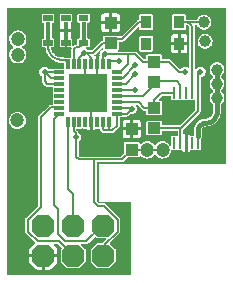
<source format=gbr>
%TF.GenerationSoftware,KiCad,Pcbnew,6.0.5-a6ca702e91~116~ubuntu20.04.1*%
%TF.CreationDate,2022-05-09T20:04:05+03:00*%
%TF.ProjectId,ict_v361-xs,6963745f-7633-4363-912d-78732e6b6963,rev?*%
%TF.SameCoordinates,Original*%
%TF.FileFunction,Copper,L1,Top*%
%TF.FilePolarity,Positive*%
%FSLAX46Y46*%
G04 Gerber Fmt 4.6, Leading zero omitted, Abs format (unit mm)*
G04 Created by KiCad (PCBNEW 6.0.5-a6ca702e91~116~ubuntu20.04.1) date 2022-05-09 20:04:05*
%MOMM*%
%LPD*%
G01*
G04 APERTURE LIST*
G04 Aperture macros list*
%AMOutline5P*
0 Free polygon, 5 corners , with rotation*
0 The origin of the aperture is its center*
0 number of corners: always 5*
0 $1 to $10 corner X, Y*
0 $11 Rotation angle, in degrees counterclockwise*
0 create outline with 5 corners*
4,1,5,$1,$2,$3,$4,$5,$6,$7,$8,$9,$10,$1,$2,$11*%
%AMOutline6P*
0 Free polygon, 6 corners , with rotation*
0 The origin of the aperture is its center*
0 number of corners: always 6*
0 $1 to $12 corner X, Y*
0 $13 Rotation angle, in degrees counterclockwise*
0 create outline with 6 corners*
4,1,6,$1,$2,$3,$4,$5,$6,$7,$8,$9,$10,$11,$12,$1,$2,$13*%
%AMOutline7P*
0 Free polygon, 7 corners , with rotation*
0 The origin of the aperture is its center*
0 number of corners: always 7*
0 $1 to $14 corner X, Y*
0 $15 Rotation angle, in degrees counterclockwise*
0 create outline with 7 corners*
4,1,7,$1,$2,$3,$4,$5,$6,$7,$8,$9,$10,$11,$12,$13,$14,$1,$2,$15*%
%AMOutline8P*
0 Free polygon, 8 corners , with rotation*
0 The origin of the aperture is its center*
0 number of corners: always 8*
0 $1 to $16 corner X, Y*
0 $17 Rotation angle, in degrees counterclockwise*
0 create outline with 8 corners*
4,1,8,$1,$2,$3,$4,$5,$6,$7,$8,$9,$10,$11,$12,$13,$14,$15,$16,$1,$2,$17*%
G04 Aperture macros list end*
%TA.AperFunction,SMDPad,CuDef*%
%ADD10R,0.250000X1.000000*%
%TD*%
%TA.AperFunction,SMDPad,CuDef*%
%ADD11R,0.900000X1.100000*%
%TD*%
%TA.AperFunction,SMDPad,CuDef*%
%ADD12R,1.080000X1.050000*%
%TD*%
%TA.AperFunction,ComponentPad*%
%ADD13Outline8P,-0.939800X0.469900X-0.469900X0.939800X0.469900X0.939800X0.939800X0.469900X0.939800X-0.469900X0.469900X-0.939800X-0.469900X-0.939800X-0.939800X-0.469900X180.000000*%
%TD*%
%TA.AperFunction,SMDPad,CuDef*%
%ADD14R,0.304800X0.812800*%
%TD*%
%TA.AperFunction,SMDPad,CuDef*%
%ADD15R,0.812800X0.304800*%
%TD*%
%TA.AperFunction,SMDPad,CuDef*%
%ADD16R,3.251200X3.251200*%
%TD*%
%TA.AperFunction,SMDPad,CuDef*%
%ADD17R,0.400000X1.600000*%
%TD*%
%TA.AperFunction,SMDPad,CuDef*%
%ADD18R,1.100000X1.000000*%
%TD*%
%TA.AperFunction,ViaPad*%
%ADD19C,1.000000*%
%TD*%
%TA.AperFunction,ViaPad*%
%ADD20C,0.502400*%
%TD*%
%TA.AperFunction,ViaPad*%
%ADD21C,1.200000*%
%TD*%
%TA.AperFunction,ViaPad*%
%ADD22C,0.700000*%
%TD*%
%TA.AperFunction,Conductor*%
%ADD23C,0.203200*%
%TD*%
%TA.AperFunction,Conductor*%
%ADD24C,0.406400*%
%TD*%
G04 APERTURE END LIST*
%TO.C,Y1*%
G36*
X146101100Y-96903600D02*
G01*
X145301100Y-96903600D01*
X145301100Y-96403600D01*
X146101100Y-96403600D01*
X146101100Y-96903600D01*
G37*
G36*
X146101100Y-94803600D02*
G01*
X145301100Y-94803600D01*
X145301100Y-94303600D01*
X146101100Y-94303600D01*
X146101100Y-94803600D01*
G37*
G36*
X143101100Y-96903600D02*
G01*
X142301100Y-96903600D01*
X142301100Y-96403600D01*
X143101100Y-96403600D01*
X143101100Y-96903600D01*
G37*
G36*
X143101100Y-94803600D02*
G01*
X142301100Y-94803600D01*
X142301100Y-94303600D01*
X143101100Y-94303600D01*
X143101100Y-94803600D01*
G37*
G36*
X144601100Y-96903600D02*
G01*
X143801100Y-96903600D01*
X143801100Y-96403600D01*
X144601100Y-96403600D01*
X144601100Y-96903600D01*
G37*
G36*
X144601100Y-94803600D02*
G01*
X143801100Y-94803600D01*
X143801100Y-94303600D01*
X144601100Y-94303600D01*
X144601100Y-94803600D01*
G37*
%TD*%
D10*
%TO.P,U3,10*%
%TO.N,ANT*%
X155391000Y-105118300D03*
%TO.P,U3,9*%
%TO.N,N/C*%
X154891000Y-105118300D03*
%TO.P,U3,8*%
%TO.N,GND*%
X154391000Y-105118300D03*
%TO.P,U3,7*%
%TO.N,ENABLE*%
X153891000Y-105118300D03*
%TO.P,U3,6*%
%TO.N,N/C*%
X153391000Y-105118300D03*
%TO.P,U3,5*%
%TO.N,SDA*%
X153391000Y-100892100D03*
%TO.P,U3,4*%
%TO.N,SCL*%
X153891000Y-100892100D03*
%TO.P,U3,3*%
%TO.N,N/C*%
X154391000Y-100892100D03*
%TO.P,U3,2*%
%TO.N,N$19*%
X154891000Y-100892100D03*
%TO.P,U3,1*%
%TO.N,ENABLE*%
X155391000Y-100892100D03*
%TD*%
D11*
%TO.P,TCXO0,1*%
%TO.N,GND/NC*%
X151001100Y-96703600D03*
%TO.P,TCXO0,3*%
%TO.N,N$19*%
X153801100Y-94903600D03*
%TO.P,TCXO0,2*%
%TO.N,GND*%
X153801100Y-96703600D03*
%TO.P,TCXO0,4*%
%TO.N,VIN*%
X151001100Y-94903600D03*
%TD*%
D12*
%TO.P,C2,2*%
%TO.N,GND*%
X149801100Y-103928600D03*
%TO.P,C2,1*%
%TO.N,VIN*%
X149801100Y-105678600D03*
%TD*%
D13*
%TO.P,ISP0,6*%
%TO.N,GND*%
X142290500Y-114650200D03*
%TO.P,ISP0,5*%
%TO.N,RESET*%
X142290500Y-112110200D03*
%TO.P,ISP0,4*%
%TO.N,MOSI*%
X144830500Y-114650200D03*
%TO.P,ISP0,3*%
%TO.N,SCK*%
X144830500Y-112110200D03*
%TO.P,ISP0,2*%
%TO.N,VIN*%
X147370500Y-114650200D03*
%TO.P,ISP0,1*%
%TO.N,MISO*%
X147370500Y-112110200D03*
%TD*%
D14*
%TO.P,U4,1*%
%TO.N,GPS-OFF*%
X147853700Y-98439800D03*
%TO.P,U4,2*%
%TO.N,ENABLE*%
X147345700Y-98439800D03*
%TO.P,U4,3*%
%TO.N,GND*%
X146863100Y-98439800D03*
%TO.P,U4,4*%
%TO.N,VIN*%
X146355100Y-98439800D03*
%TO.P,U4,5*%
%TO.N,GND*%
X145847100Y-98439800D03*
%TO.P,U4,6*%
%TO.N,VIN*%
X145339100Y-98439800D03*
%TO.P,U4,7*%
%TO.N,N$1*%
X144856500Y-98439800D03*
%TO.P,U4,8*%
%TO.N,N$3*%
X144348500Y-98439800D03*
D15*
%TO.P,U4,9*%
%TO.N,ENABLE*%
X143637300Y-99151000D03*
%TO.P,U4,10*%
X143637300Y-99659000D03*
%TO.P,U4,11*%
X143637300Y-100141600D03*
%TO.P,U4,12*%
%TO.N,N/C*%
X143637300Y-100649600D03*
%TO.P,U4,13*%
X143637300Y-101157600D03*
%TO.P,U4,14*%
X143637300Y-101665600D03*
%TO.P,U4,15*%
%TO.N,MOSI*%
X143637300Y-102148200D03*
%TO.P,U4,16*%
%TO.N,MISO*%
X143637300Y-102656200D03*
D14*
%TO.P,U4,17*%
%TO.N,SCK*%
X144348500Y-103367400D03*
%TO.P,U4,18*%
%TO.N,VIN*%
X144856500Y-103367400D03*
%TO.P,U4,19*%
%TO.N,N/C*%
X145339100Y-103367400D03*
%TO.P,U4,20*%
X145847100Y-103367400D03*
%TO.P,U4,21*%
%TO.N,GND*%
X146355100Y-103367400D03*
%TO.P,U4,22*%
%TO.N,N/C*%
X146863100Y-103367400D03*
%TO.P,U4,23*%
%TO.N,GPS_POWER*%
X147345700Y-103367400D03*
%TO.P,U4,24*%
X147853700Y-103367400D03*
D15*
%TO.P,U4,25*%
X148564900Y-102656200D03*
%TO.P,U4,26*%
X148564900Y-102148200D03*
%TO.P,U4,27*%
%TO.N,SDA*%
X148564900Y-101665600D03*
%TO.P,U4,28*%
%TO.N,SCL*%
X148564900Y-101157600D03*
%TO.P,U4,29*%
%TO.N,RESET*%
X148564900Y-100649600D03*
%TO.P,U4,30*%
%TO.N,SERIAL_IN*%
X148564900Y-100141600D03*
%TO.P,U4,31*%
%TO.N,SERIAL_OUT*%
X148564900Y-99659000D03*
%TO.P,U4,32*%
%TO.N,ENABLE*%
X148564900Y-99151000D03*
D16*
%TO.P,U4,33*%
%TO.N,GND*%
X146101100Y-100903600D03*
%TD*%
D17*
%TO.P,Y1,3*%
%TO.N,N$1*%
X145701100Y-95603600D03*
%TO.P,Y1,2*%
%TO.N,GND*%
X144201100Y-95603600D03*
%TO.P,Y1,1*%
%TO.N,N$3*%
X142701100Y-95603600D03*
%TD*%
D12*
%TO.P,C1,2*%
%TO.N,GND*%
X148001100Y-94928600D03*
%TO.P,C1,1*%
%TO.N,VIN*%
X148001100Y-96678600D03*
%TD*%
D18*
%TO.P,PU2,2*%
%TO.N,ENABLE*%
X151701100Y-98253600D03*
%TO.P,PU2,1*%
%TO.N,SCL*%
X151701100Y-99953600D03*
%TD*%
%TO.P,PU1,2*%
%TO.N,ENABLE*%
X151701100Y-103853600D03*
%TO.P,PU1,1*%
%TO.N,SDA*%
X151701100Y-102153600D03*
%TD*%
D19*
%TO.N,SERIAL_IN*%
X156000000Y-96500000D03*
D20*
%TO.N,GPS_POWER*%
X149801100Y-102203600D03*
%TO.N,GPS-OFF*%
X148701100Y-98203600D03*
D21*
%TO.N,GPS*%
X140101100Y-103203600D03*
D20*
%TO.N,ENABLE*%
X142401100Y-99103600D03*
X147501100Y-97603600D03*
X154301100Y-99103600D03*
X155601100Y-99103600D03*
D21*
%TO.N,N$8*%
X140141100Y-97653600D03*
%TO.N,N$7*%
X140141100Y-96323600D03*
D20*
%TO.N,VIN*%
X145701100Y-97503600D03*
X145050700Y-104603600D03*
D21*
X152400000Y-105703600D03*
X151101100Y-105703600D03*
D19*
%TO.N,N$19*%
X155901100Y-94903600D03*
%TO.N,ANT*%
X157001100Y-98903600D03*
X157001100Y-100103600D03*
X157001100Y-101303600D03*
D20*
%TO.N,SERIAL_IN*%
X150101100Y-99303600D03*
%TO.N,SERIAL_OUT*%
X150101100Y-98503600D03*
%TO.N,RESET*%
X150101100Y-100603600D03*
%TO.N,GND*%
X156301100Y-104703600D03*
X156301100Y-102403600D03*
X149001100Y-96903600D03*
X154301100Y-98103600D03*
D22*
X140401100Y-114703600D03*
D20*
X146801100Y-95603600D03*
X156301100Y-105503600D03*
X157201100Y-104703600D03*
X157201100Y-103803600D03*
X157001100Y-94203600D03*
X149401100Y-94203600D03*
X156001100Y-97503600D03*
X157001100Y-95303600D03*
X157001100Y-96403600D03*
X157001100Y-97503600D03*
X146401100Y-101303600D03*
X145701100Y-101303600D03*
X145701100Y-100603600D03*
X146401100Y-100603600D03*
X148301100Y-104603600D03*
X147101100Y-104603600D03*
X140101100Y-105503600D03*
X140101100Y-104503600D03*
X144201100Y-97403600D03*
X140701100Y-107303600D03*
X141401100Y-94903600D03*
X141401100Y-96103600D03*
D21*
X148301100Y-105603600D03*
D20*
X141401100Y-98403600D03*
X141401100Y-99603600D03*
X141401100Y-104503600D03*
D21*
X146801100Y-105603600D03*
D20*
X141401100Y-100803600D03*
X141401100Y-102003600D03*
X141401100Y-105503600D03*
X149801100Y-103003600D03*
X140201100Y-94903600D03*
D21*
X140211100Y-100753600D03*
X140211100Y-99433600D03*
D20*
X157201100Y-105503600D03*
X154401100Y-106203600D03*
X141401100Y-97203600D03*
%TD*%
D23*
%TO.N,GPS_POWER*%
X149348500Y-102656200D02*
X149801100Y-102203600D01*
X148564900Y-102656200D02*
X149348500Y-102656200D01*
X148153700Y-104051000D02*
X148564900Y-103639800D01*
X148564900Y-103639800D02*
X148564900Y-102656200D01*
X147753700Y-104051000D02*
X148153700Y-104051000D01*
X147753700Y-104051000D02*
X147853700Y-103951000D01*
X147853700Y-103367400D02*
X147853700Y-103951000D01*
X147448500Y-104051000D02*
X147753700Y-104051000D01*
X147345700Y-103948200D02*
X147448500Y-104051000D01*
X147345700Y-103367400D02*
X147345700Y-103948200D01*
X149745700Y-102148200D02*
X149801100Y-102203600D01*
X148564900Y-102148200D02*
X149745700Y-102148200D01*
X148664900Y-102148200D02*
X148564900Y-102148200D01*
X147853700Y-103367400D02*
X147889900Y-103403600D01*
%TO.N,N$3*%
X144284292Y-98242187D02*
X144348500Y-98439800D01*
X144209913Y-98167808D02*
X144284292Y-98242187D01*
X144116192Y-98120055D02*
X144209913Y-98167808D01*
X144012300Y-98103600D02*
X144116192Y-98120055D01*
X144012300Y-98103600D02*
X144012300Y-98103600D01*
X143901100Y-98103600D02*
X144012300Y-98103600D01*
X143490676Y-98031231D02*
X143901100Y-98103600D01*
X143301100Y-97942830D02*
X143490676Y-98031231D01*
X143129755Y-97822853D02*
X143301100Y-97942830D01*
X142981847Y-97674945D02*
X143129755Y-97822853D01*
X142861870Y-97503600D02*
X142981847Y-97674945D01*
X142773469Y-97314024D02*
X142861870Y-97503600D01*
X142719331Y-97111978D02*
X142773469Y-97314024D01*
X142701100Y-96903600D02*
X142719331Y-97111978D01*
X142701100Y-96903600D02*
X142701100Y-96903600D01*
X142701100Y-95603600D02*
X142701100Y-96903600D01*
%TO.N,GPS-OFF*%
X147989900Y-98203600D02*
X148701100Y-98203600D01*
X147853700Y-98439800D02*
X147853700Y-98339800D01*
X147989900Y-98203600D02*
X147853700Y-98339800D01*
%TO.N,ENABLE*%
X147345700Y-98439800D02*
X147345700Y-97759000D01*
X143637300Y-100141600D02*
X142639100Y-100141600D01*
X142956500Y-99659000D02*
X143637300Y-99659000D01*
X142639100Y-100141600D02*
X142401100Y-99903600D01*
X142401100Y-99903600D02*
X142401100Y-99103600D01*
X142401100Y-99103600D02*
X142956500Y-99659000D01*
X143589900Y-99103600D02*
X143637300Y-99151000D01*
X142401100Y-99103600D02*
X143589900Y-99103600D01*
X148753700Y-99151000D02*
X149501100Y-98403600D01*
X149501100Y-98403600D02*
X149501100Y-97603600D01*
X148564900Y-99151000D02*
X148753700Y-99151000D01*
X153801100Y-99103600D02*
X152951100Y-98253600D01*
X152951100Y-98253600D02*
X151701100Y-98253600D01*
X154301100Y-99103600D02*
X153801100Y-99103600D01*
X150101100Y-97603600D02*
X150751100Y-98253600D01*
X149501100Y-97603600D02*
X147501100Y-97603600D01*
X150101100Y-97603600D02*
X149501100Y-97603600D01*
X147345700Y-97759000D02*
X147501100Y-97603600D01*
X150751100Y-98253600D02*
X151701100Y-98253600D01*
X153830900Y-103853600D02*
X153891000Y-103913700D01*
X151701100Y-103853600D02*
X153830900Y-103853600D01*
X155391000Y-99313700D02*
X155601100Y-99103600D01*
X155391000Y-100892100D02*
X155391000Y-99313700D01*
X153898000Y-105371300D02*
X153891000Y-105118300D01*
X155391000Y-102413700D02*
X153891000Y-103913700D01*
X153891000Y-103913700D02*
X153891000Y-105118300D01*
X155391000Y-100892100D02*
X155391000Y-102413700D01*
%TO.N,N$1*%
X144856500Y-97348200D02*
X144856500Y-98439800D01*
X144922313Y-97145649D02*
X144856500Y-97348200D01*
X144998549Y-97069413D02*
X144922313Y-97145649D01*
X145094613Y-97020466D02*
X144998549Y-97069413D01*
X145201100Y-97003600D02*
X145094613Y-97020466D01*
X145201100Y-97003600D02*
X145201100Y-97003600D01*
X145330510Y-96986563D02*
X145201100Y-97003600D01*
X145451100Y-96936613D02*
X145330510Y-96986563D01*
X145554653Y-96857153D02*
X145451100Y-96936613D01*
X145634113Y-96753600D02*
X145554653Y-96857153D01*
X145684063Y-96633010D02*
X145634113Y-96753600D01*
X145701100Y-96503600D02*
X145684063Y-96633010D01*
X145701100Y-96503600D02*
X145701100Y-96503600D01*
X145701100Y-95603600D02*
X145701100Y-96503600D01*
%TO.N,VIN*%
X148376100Y-96303600D02*
X149001100Y-96303600D01*
X148001100Y-96678600D02*
X148376100Y-96303600D01*
X146501100Y-97503600D02*
X147326100Y-96678600D01*
X147326100Y-96678600D02*
X148001100Y-96678600D01*
X149801100Y-105678600D02*
X151076100Y-105678600D01*
X149801100Y-105679679D02*
X149801100Y-105678600D01*
X148977178Y-106503600D02*
X149801100Y-105679679D01*
X151101100Y-105703600D02*
X152201100Y-105703600D01*
X151076100Y-105678600D02*
X151101100Y-105703600D01*
X147427200Y-114594900D02*
X147370500Y-114650200D01*
X146601700Y-106503600D02*
X146601700Y-110137200D01*
X146601700Y-110137200D02*
X146931900Y-110467400D01*
X146931900Y-110467400D02*
X147427200Y-110467400D01*
X147427200Y-110467400D02*
X148582900Y-111623100D01*
X148582900Y-111623100D02*
X148582900Y-112613700D01*
X148582900Y-112613700D02*
X147427200Y-113769400D01*
X147427200Y-113769400D02*
X147427200Y-114594900D01*
X149001100Y-96303600D02*
X150401100Y-94903600D01*
X150401100Y-94903600D02*
X151001100Y-94903600D01*
X145701100Y-97503600D02*
X146501100Y-97503600D01*
X145050700Y-104303600D02*
X144856500Y-104109400D01*
X145050700Y-104603600D02*
X145050700Y-104303600D01*
X144856500Y-103367400D02*
X144856500Y-104109400D01*
X145050700Y-106273400D02*
X145280900Y-106503600D01*
X145050700Y-104603600D02*
X145050700Y-106273400D01*
X146355100Y-97957600D02*
X146001100Y-97503600D01*
X145903316Y-97540273D02*
X145701100Y-97503600D01*
X146001099Y-97503600D02*
X145903316Y-97540273D01*
X146001100Y-97503600D02*
X146001099Y-97503600D01*
X146355100Y-98439800D02*
X146355100Y-97957600D01*
X145339100Y-97917388D02*
X145612587Y-97643900D01*
X145612587Y-97643900D02*
X145701100Y-97503600D01*
X145339100Y-98439800D02*
X145339100Y-97917388D01*
X146601700Y-106503600D02*
X148977178Y-106503600D01*
X145280900Y-106503600D02*
X146601700Y-106503600D01*
X144850700Y-103368100D02*
X144856500Y-103367400D01*
%TO.N,N$19*%
X153801100Y-94903600D02*
X155901100Y-94903600D01*
X154901100Y-100882000D02*
X154891000Y-100892100D01*
X154901100Y-100882000D02*
X154901100Y-100882000D01*
X154901100Y-95403600D02*
X154901100Y-100882000D01*
X154884063Y-95274190D02*
X154901100Y-95403600D01*
X154834113Y-95153600D02*
X154884063Y-95274190D01*
X154754653Y-95050047D02*
X154834113Y-95153600D01*
X154651100Y-94970587D02*
X154754653Y-95050047D01*
X154530510Y-94920637D02*
X154651100Y-94970587D01*
X154401100Y-94903600D02*
X154530510Y-94920637D01*
X154401100Y-94903600D02*
X154401100Y-94903600D01*
X153801100Y-94903600D02*
X154401100Y-94903600D01*
D24*
%TO.N,ANT*%
X157001100Y-98903600D02*
X157001100Y-100103600D01*
X155401100Y-104003600D02*
X155401100Y-104503600D01*
X155421545Y-103848309D02*
X155401100Y-104003600D01*
X155481485Y-103703600D02*
X155421545Y-103848309D01*
X155576836Y-103579336D02*
X155481485Y-103703600D01*
X155701100Y-103483985D02*
X155576836Y-103579336D01*
X155845809Y-103424045D02*
X155701100Y-103483985D01*
X156001100Y-103403600D02*
X155845809Y-103424045D01*
X156001100Y-103403600D02*
X156001100Y-103403600D01*
X156383783Y-103327480D02*
X156001100Y-103403600D01*
X156556670Y-103235070D02*
X156383783Y-103327480D01*
X156708207Y-103110707D02*
X156556670Y-103235070D01*
X156832570Y-102959170D02*
X156708207Y-103110707D01*
X156924980Y-102786283D02*
X156832570Y-102959170D01*
X156981885Y-102598690D02*
X156924980Y-102786283D01*
X157001100Y-102403600D02*
X156981885Y-102598690D01*
X157001100Y-102403600D02*
X157001100Y-102403600D01*
X157001100Y-101303600D02*
X157001100Y-102403600D01*
X157001100Y-100103600D02*
X157001100Y-101303600D01*
D23*
X155391000Y-104513700D02*
X155391000Y-105118300D01*
X155401100Y-104503600D02*
X155391000Y-104513700D01*
%TO.N,SCL*%
X153891000Y-100193500D02*
X153601100Y-99903600D01*
X153891000Y-100892100D02*
X153891000Y-100193500D01*
X150747100Y-101157600D02*
X151701100Y-100203600D01*
X151701100Y-100203600D02*
X151701100Y-99953600D01*
X148564900Y-101157600D02*
X150747100Y-101157600D01*
X151751100Y-99903600D02*
X151701100Y-99953600D01*
X153601100Y-99903600D02*
X151751100Y-99903600D01*
%TO.N,SDA*%
X151701100Y-101491600D02*
X151701100Y-102153600D01*
X152300600Y-100892100D02*
X151701100Y-101491600D01*
X150363100Y-101665600D02*
X150851100Y-102153600D01*
X150851100Y-102153600D02*
X151701100Y-102153600D01*
X148564900Y-101665600D02*
X150363100Y-101665600D01*
X153391000Y-100892100D02*
X152300600Y-100892100D01*
%TO.N,SERIAL_IN*%
X149263100Y-100141600D02*
X150101100Y-99303600D01*
X148564900Y-100141600D02*
X149263100Y-100141600D01*
%TO.N,SERIAL_OUT*%
X149045700Y-99659000D02*
X150101100Y-98503600D01*
X148564900Y-99659000D02*
X149045700Y-99659000D01*
%TO.N,MOSI*%
X144785600Y-114594900D02*
X144830500Y-114650200D01*
X144785600Y-114594900D02*
X143629900Y-113439200D01*
X143629900Y-113439200D02*
X141813800Y-113439200D01*
X141813800Y-113439200D02*
X140988300Y-112613700D01*
X140988300Y-112613700D02*
X140988300Y-111623100D01*
X140988300Y-111623100D02*
X142104400Y-110507000D01*
X142104400Y-110507000D02*
X142104400Y-102942600D01*
X142104400Y-102942600D02*
X142934600Y-102112400D01*
X143601500Y-102112400D02*
X142934600Y-102112400D01*
X143637300Y-102148200D02*
X143601500Y-102112400D01*
X143729900Y-102112400D02*
X143637300Y-102148200D01*
X143637300Y-102148200D02*
X143573700Y-102141800D01*
%TO.N,MISO*%
X144136700Y-113439200D02*
X145941300Y-113439200D01*
X143201100Y-110403600D02*
X143501100Y-110703600D01*
X143201100Y-103092400D02*
X143201100Y-110403600D01*
X143501100Y-112803600D02*
X144136700Y-113439200D01*
X143501100Y-110703600D02*
X143501100Y-112803600D01*
X143637300Y-102656200D02*
X143201100Y-103092400D01*
X147262100Y-112118400D02*
X147370500Y-112110200D01*
X145941300Y-113439200D02*
X147262100Y-112118400D01*
%TO.N,SCK*%
X144785600Y-111953300D02*
X144830500Y-112110200D01*
X144355400Y-103367444D02*
X144348500Y-103367400D01*
X144785600Y-111953300D02*
X144785600Y-109476800D01*
X144785600Y-109476800D02*
X144355400Y-109046600D01*
X144355400Y-109046600D02*
X144355400Y-103367444D01*
X144390300Y-103368100D02*
X144348500Y-103367400D01*
%TO.N,RESET*%
X150087600Y-100649600D02*
X150101100Y-100603600D01*
X148564900Y-100649600D02*
X150087600Y-100649600D01*
%TO.N,GND*%
X145847100Y-100649600D02*
X146101100Y-100903600D01*
X145847100Y-98439800D02*
X145847100Y-100649600D01*
X146355100Y-101157600D02*
X146101100Y-100903600D01*
X146355100Y-103367400D02*
X146355100Y-101157600D01*
X146863100Y-100141600D02*
X146101100Y-100903600D01*
X146863100Y-98439800D02*
X146863100Y-100141600D01*
X144201100Y-96103600D02*
X144201100Y-97403600D01*
X146901100Y-98477800D02*
X146863100Y-98439800D01*
%TD*%
%TA.AperFunction,Conductor*%
%TO.N,GND*%
G36*
X157784414Y-93720286D02*
G01*
X157799000Y-93755500D01*
X157799000Y-106851700D01*
X157784414Y-106886914D01*
X157749200Y-106901500D01*
X147067926Y-106901500D01*
X147061543Y-106906137D01*
X147061544Y-106906137D01*
X147060550Y-106906859D01*
X147046669Y-106913931D01*
X147045502Y-106914310D01*
X147045499Y-106914312D01*
X147037999Y-106916749D01*
X147033363Y-106923130D01*
X147033362Y-106923131D01*
X147032640Y-106924125D01*
X147021625Y-106935140D01*
X147014249Y-106940499D01*
X147011812Y-106947999D01*
X147011810Y-106948002D01*
X147011431Y-106949169D01*
X147004359Y-106963050D01*
X146999000Y-106970426D01*
X146999000Y-110036774D01*
X147003637Y-110043156D01*
X147004359Y-110044150D01*
X147011431Y-110058031D01*
X147011810Y-110059198D01*
X147011812Y-110059201D01*
X147014249Y-110066701D01*
X147020630Y-110071337D01*
X147020631Y-110071338D01*
X147021625Y-110072060D01*
X147032640Y-110083075D01*
X147037999Y-110090451D01*
X147045499Y-110092888D01*
X147045502Y-110092890D01*
X147046669Y-110093269D01*
X147060550Y-110100341D01*
X147067926Y-110105700D01*
X149649200Y-110105700D01*
X149684414Y-110120286D01*
X149699000Y-110155500D01*
X149699000Y-116251700D01*
X149684414Y-116286914D01*
X149649200Y-116301500D01*
X139253000Y-116301500D01*
X139217786Y-116286914D01*
X139203200Y-116251700D01*
X139203200Y-115142680D01*
X141097500Y-115142680D01*
X141097985Y-115147567D01*
X141111403Y-115214508D01*
X141115089Y-115223378D01*
X141152596Y-115279405D01*
X141155672Y-115283150D01*
X141657533Y-115785013D01*
X141661324Y-115788119D01*
X141718147Y-115825966D01*
X141727026Y-115829632D01*
X141793160Y-115842727D01*
X141797989Y-115843200D01*
X142153994Y-115843200D01*
X142160999Y-115840299D01*
X142163900Y-115833294D01*
X142417100Y-115833294D01*
X142420001Y-115840299D01*
X142427006Y-115843200D01*
X142782980Y-115843200D01*
X142787867Y-115842715D01*
X142854808Y-115829297D01*
X142863678Y-115825611D01*
X142919705Y-115788104D01*
X142923450Y-115785028D01*
X143425313Y-115283167D01*
X143428419Y-115279376D01*
X143466266Y-115222553D01*
X143469932Y-115213674D01*
X143483027Y-115147540D01*
X143483500Y-115142711D01*
X143483500Y-114786706D01*
X143480599Y-114779701D01*
X143473594Y-114776800D01*
X142427006Y-114776800D01*
X142420001Y-114779701D01*
X142417100Y-114786706D01*
X142417100Y-115833294D01*
X142163900Y-115833294D01*
X142163900Y-114786706D01*
X142160999Y-114779701D01*
X142153994Y-114776800D01*
X141107406Y-114776800D01*
X141100401Y-114779701D01*
X141097500Y-114786706D01*
X141097500Y-115142680D01*
X139203200Y-115142680D01*
X139203200Y-111635358D01*
X140754403Y-111635358D01*
X140755758Y-111640415D01*
X140755758Y-111640416D01*
X140757503Y-111646928D01*
X140759200Y-111659817D01*
X140759200Y-112606403D01*
X140759132Y-112609008D01*
X140756966Y-112650339D01*
X140758841Y-112655223D01*
X140758841Y-112655225D01*
X140766549Y-112675306D01*
X140768768Y-112682796D01*
X140771923Y-112697636D01*
X140774331Y-112708965D01*
X140777409Y-112713201D01*
X140781371Y-112718654D01*
X140787574Y-112730080D01*
X140789990Y-112736374D01*
X140789992Y-112736378D01*
X140791868Y-112741264D01*
X140810782Y-112760178D01*
X140815857Y-112766120D01*
X140828502Y-112783525D01*
X140828503Y-112783526D01*
X140831578Y-112787758D01*
X140836109Y-112790374D01*
X140836110Y-112790375D01*
X140841951Y-112793747D01*
X140852265Y-112801661D01*
X141576549Y-113525945D01*
X141591135Y-113561159D01*
X141576549Y-113596373D01*
X141155687Y-114017233D01*
X141152581Y-114021024D01*
X141114734Y-114077847D01*
X141111068Y-114086726D01*
X141097973Y-114152860D01*
X141097500Y-114157689D01*
X141097500Y-114513694D01*
X141100401Y-114520699D01*
X141107406Y-114523600D01*
X143473594Y-114523600D01*
X143480599Y-114520699D01*
X143483500Y-114513694D01*
X143483500Y-114157720D01*
X143483015Y-114152833D01*
X143469597Y-114085892D01*
X143465911Y-114077022D01*
X143428404Y-114020995D01*
X143425328Y-114017250D01*
X143161393Y-113753314D01*
X143146807Y-113718100D01*
X143161393Y-113682886D01*
X143196607Y-113668300D01*
X143514376Y-113668300D01*
X143549590Y-113682886D01*
X143843482Y-113976778D01*
X143858068Y-114011992D01*
X143843482Y-114047206D01*
X143791622Y-114099066D01*
X143770511Y-114130762D01*
X143769560Y-114135565D01*
X143763679Y-114165267D01*
X143763200Y-114167684D01*
X143763201Y-115132713D01*
X143770685Y-115170057D01*
X143791625Y-115201337D01*
X144279366Y-115689078D01*
X144311062Y-115710189D01*
X144315865Y-115711140D01*
X144345594Y-115717027D01*
X144345596Y-115717027D01*
X144347984Y-115717500D01*
X144827647Y-115717500D01*
X145313013Y-115717499D01*
X145350357Y-115710015D01*
X145377149Y-115692080D01*
X145379607Y-115690434D01*
X145381637Y-115689075D01*
X145869378Y-115201334D01*
X145890489Y-115169638D01*
X145895827Y-115142680D01*
X145897327Y-115135106D01*
X145897327Y-115135104D01*
X145897800Y-115132716D01*
X145897799Y-114167687D01*
X145890315Y-114130343D01*
X145869375Y-114099063D01*
X145523626Y-113753314D01*
X145509040Y-113718100D01*
X145523626Y-113682886D01*
X145558840Y-113668300D01*
X145934003Y-113668300D01*
X145936608Y-113668368D01*
X145977939Y-113670534D01*
X145982823Y-113668659D01*
X145982825Y-113668659D01*
X146002906Y-113660951D01*
X146010396Y-113658732D01*
X146031444Y-113654258D01*
X146031446Y-113654257D01*
X146036565Y-113653169D01*
X146046255Y-113646128D01*
X146057680Y-113639926D01*
X146063974Y-113637510D01*
X146063978Y-113637508D01*
X146068864Y-113635632D01*
X146087778Y-113616718D01*
X146093720Y-113611643D01*
X146111125Y-113598998D01*
X146111126Y-113598997D01*
X146115358Y-113595922D01*
X146119111Y-113589423D01*
X146121347Y-113585549D01*
X146129261Y-113575235D01*
X146652178Y-113052318D01*
X146687392Y-113037732D01*
X146722606Y-113052318D01*
X146819366Y-113149078D01*
X146851062Y-113170189D01*
X146855865Y-113171140D01*
X146885594Y-113177027D01*
X146885596Y-113177027D01*
X146887984Y-113177500D01*
X146904032Y-113177500D01*
X147574876Y-113177499D01*
X147610090Y-113192085D01*
X147624676Y-113227299D01*
X147610090Y-113262513D01*
X147304288Y-113568315D01*
X147269074Y-113582901D01*
X146887987Y-113582901D01*
X146850643Y-113590385D01*
X146819363Y-113611325D01*
X146331622Y-114099066D01*
X146310511Y-114130762D01*
X146309560Y-114135565D01*
X146303679Y-114165267D01*
X146303200Y-114167684D01*
X146303201Y-115132713D01*
X146310685Y-115170057D01*
X146331625Y-115201337D01*
X146819366Y-115689078D01*
X146851062Y-115710189D01*
X146855865Y-115711140D01*
X146885594Y-115717027D01*
X146885596Y-115717027D01*
X146887984Y-115717500D01*
X147367647Y-115717500D01*
X147853013Y-115717499D01*
X147890357Y-115710015D01*
X147917149Y-115692080D01*
X147919607Y-115690434D01*
X147921637Y-115689075D01*
X148409378Y-115201334D01*
X148430489Y-115169638D01*
X148435827Y-115142680D01*
X148437327Y-115135106D01*
X148437327Y-115135104D01*
X148437800Y-115132716D01*
X148437799Y-114167687D01*
X148430315Y-114130343D01*
X148409375Y-114099063D01*
X147950668Y-113640356D01*
X147936082Y-113605142D01*
X147950668Y-113569928D01*
X148739729Y-112780867D01*
X148741620Y-112779072D01*
X148772386Y-112751370D01*
X148783265Y-112726936D01*
X148786988Y-112720078D01*
X148801562Y-112697636D01*
X148803435Y-112685806D01*
X148807129Y-112673336D01*
X148809870Y-112667181D01*
X148812000Y-112662397D01*
X148812000Y-112635649D01*
X148812613Y-112627859D01*
X148815978Y-112606612D01*
X148816797Y-112601441D01*
X148814459Y-112592713D01*
X148813697Y-112589871D01*
X148812000Y-112576982D01*
X148812000Y-111630406D01*
X148812068Y-111627800D01*
X148813960Y-111591687D01*
X148814234Y-111586461D01*
X148807770Y-111569619D01*
X148804651Y-111561494D01*
X148802432Y-111554004D01*
X148797958Y-111532956D01*
X148797957Y-111532954D01*
X148796869Y-111527835D01*
X148789828Y-111518145D01*
X148783626Y-111506720D01*
X148781210Y-111500426D01*
X148781208Y-111500422D01*
X148779332Y-111495536D01*
X148760418Y-111476622D01*
X148755343Y-111470680D01*
X148742698Y-111453275D01*
X148742697Y-111453274D01*
X148739622Y-111449042D01*
X148735091Y-111446426D01*
X148735090Y-111446425D01*
X148729249Y-111443053D01*
X148718935Y-111435139D01*
X147594358Y-110310561D01*
X147592563Y-110308670D01*
X147568371Y-110281802D01*
X147568370Y-110281802D01*
X147564870Y-110277914D01*
X147540425Y-110267030D01*
X147533579Y-110263313D01*
X147511136Y-110248739D01*
X147505969Y-110247921D01*
X147505967Y-110247920D01*
X147499309Y-110246866D01*
X147486841Y-110243173D01*
X147480681Y-110240430D01*
X147475897Y-110238300D01*
X147449149Y-110238300D01*
X147441358Y-110237687D01*
X147420113Y-110234322D01*
X147414942Y-110233503D01*
X147409885Y-110234858D01*
X147409884Y-110234858D01*
X147403372Y-110236603D01*
X147390483Y-110238300D01*
X147047424Y-110238300D01*
X147012210Y-110223714D01*
X146845386Y-110056889D01*
X146830800Y-110021675D01*
X146830800Y-106782500D01*
X146845386Y-106747286D01*
X146880600Y-106732700D01*
X148969881Y-106732700D01*
X148972486Y-106732768D01*
X149013817Y-106734934D01*
X149018701Y-106733059D01*
X149018703Y-106733059D01*
X149038784Y-106725351D01*
X149046274Y-106723132D01*
X149067322Y-106718658D01*
X149067324Y-106718657D01*
X149072443Y-106717569D01*
X149082133Y-106710528D01*
X149093558Y-106704326D01*
X149099852Y-106701910D01*
X149099856Y-106701908D01*
X149104742Y-106700032D01*
X149123656Y-106681118D01*
X149129598Y-106676043D01*
X149147003Y-106663398D01*
X149147004Y-106663397D01*
X149151236Y-106660322D01*
X149157225Y-106649949D01*
X149165139Y-106639635D01*
X149459089Y-106345686D01*
X149494303Y-106331100D01*
X150353658Y-106331100D01*
X150356056Y-106330623D01*
X150386038Y-106324659D01*
X150386039Y-106324659D01*
X150390848Y-106323702D01*
X150433022Y-106295522D01*
X150461202Y-106253348D01*
X150468600Y-106216158D01*
X150468600Y-106213994D01*
X150486533Y-106180443D01*
X150523007Y-106169379D01*
X150553949Y-106184345D01*
X150632508Y-106265695D01*
X150632511Y-106265698D01*
X150634440Y-106267695D01*
X150636762Y-106269214D01*
X150636765Y-106269217D01*
X150715863Y-106320977D01*
X150771011Y-106357065D01*
X150828256Y-106378354D01*
X150921379Y-106412986D01*
X150921381Y-106412987D01*
X150923988Y-106413956D01*
X151085768Y-106435542D01*
X151088537Y-106435290D01*
X151088539Y-106435290D01*
X151245541Y-106421002D01*
X151248310Y-106420750D01*
X151378791Y-106378354D01*
X151400892Y-106371173D01*
X151400894Y-106371172D01*
X151403535Y-106370314D01*
X151414892Y-106363544D01*
X151541338Y-106288168D01*
X151541342Y-106288165D01*
X151543729Y-106286742D01*
X151545741Y-106284826D01*
X151545745Y-106284823D01*
X151620054Y-106214058D01*
X151661923Y-106174187D01*
X151708746Y-106103713D01*
X151740381Y-106082456D01*
X151777783Y-106089793D01*
X151792821Y-106105475D01*
X151818517Y-106147904D01*
X151818520Y-106147908D01*
X151819962Y-106150289D01*
X151821898Y-106152294D01*
X151821899Y-106152295D01*
X151931408Y-106265695D01*
X151931411Y-106265698D01*
X151933340Y-106267695D01*
X151935662Y-106269214D01*
X151935665Y-106269217D01*
X152014763Y-106320977D01*
X152069911Y-106357065D01*
X152127156Y-106378354D01*
X152220279Y-106412986D01*
X152220281Y-106412987D01*
X152222888Y-106413956D01*
X152384668Y-106435542D01*
X152387437Y-106435290D01*
X152387439Y-106435290D01*
X152544441Y-106421002D01*
X152547210Y-106420750D01*
X152677691Y-106378354D01*
X152699792Y-106371173D01*
X152699794Y-106371172D01*
X152702435Y-106370314D01*
X152713792Y-106363544D01*
X152840238Y-106288168D01*
X152840242Y-106288165D01*
X152842629Y-106286742D01*
X152844641Y-106284826D01*
X152844645Y-106284823D01*
X152918954Y-106214058D01*
X152960823Y-106174187D01*
X152962360Y-106171873D01*
X152962363Y-106171870D01*
X153049603Y-106040563D01*
X153049604Y-106040560D01*
X153051144Y-106038243D01*
X153052131Y-106035645D01*
X153052133Y-106035641D01*
X153108113Y-105888274D01*
X153108114Y-105888271D01*
X153109103Y-105885667D01*
X153126184Y-105764133D01*
X153145527Y-105731293D01*
X153182429Y-105721750D01*
X153203166Y-105729658D01*
X153216252Y-105738402D01*
X153221061Y-105739359D01*
X153221062Y-105739359D01*
X153251044Y-105745323D01*
X153253442Y-105745800D01*
X153528558Y-105745800D01*
X153530956Y-105745323D01*
X153560938Y-105739359D01*
X153560939Y-105739359D01*
X153565748Y-105738402D01*
X153607922Y-105710222D01*
X153608016Y-105710081D01*
X153641000Y-105696419D01*
X153673984Y-105710081D01*
X153674078Y-105710222D01*
X153716252Y-105738402D01*
X153721061Y-105739359D01*
X153721062Y-105739359D01*
X153751044Y-105745323D01*
X153753442Y-105745800D01*
X154020054Y-105745800D01*
X154055268Y-105760386D01*
X154061461Y-105767933D01*
X154080727Y-105796767D01*
X154087534Y-105803574D01*
X154163127Y-105854083D01*
X154172018Y-105857766D01*
X154238664Y-105871023D01*
X154243510Y-105871500D01*
X154256094Y-105871500D01*
X154263099Y-105868599D01*
X154266000Y-105861594D01*
X154516000Y-105861594D01*
X154518901Y-105868599D01*
X154525906Y-105871500D01*
X154538490Y-105871500D01*
X154543336Y-105871023D01*
X154609982Y-105857766D01*
X154618873Y-105854083D01*
X154694466Y-105803574D01*
X154701273Y-105796767D01*
X154720539Y-105767933D01*
X154752230Y-105746757D01*
X154761946Y-105745800D01*
X155028558Y-105745800D01*
X155030956Y-105745323D01*
X155060938Y-105739359D01*
X155060939Y-105739359D01*
X155065748Y-105738402D01*
X155107922Y-105710222D01*
X155108016Y-105710081D01*
X155141000Y-105696419D01*
X155173984Y-105710081D01*
X155174078Y-105710222D01*
X155216252Y-105738402D01*
X155221061Y-105739359D01*
X155221062Y-105739359D01*
X155251044Y-105745323D01*
X155253442Y-105745800D01*
X155528558Y-105745800D01*
X155530956Y-105745323D01*
X155560938Y-105739359D01*
X155560939Y-105739359D01*
X155565748Y-105738402D01*
X155607922Y-105710222D01*
X155636102Y-105668048D01*
X155643500Y-105630858D01*
X155643500Y-104754082D01*
X155655123Y-104722147D01*
X155658339Y-104719449D01*
X155716651Y-104618451D01*
X155731800Y-104532535D01*
X155731800Y-104028543D01*
X155732226Y-104022042D01*
X155732878Y-104017094D01*
X155735935Y-103993875D01*
X155742879Y-103941133D01*
X155746244Y-103928577D01*
X155767841Y-103876436D01*
X155774339Y-103865180D01*
X155808702Y-103820397D01*
X155817894Y-103811206D01*
X155850275Y-103786358D01*
X155862678Y-103776841D01*
X155873936Y-103770341D01*
X155926079Y-103748743D01*
X155938634Y-103745378D01*
X155997374Y-103737645D01*
X156019543Y-103734726D01*
X156026043Y-103734300D01*
X156030035Y-103734300D01*
X156032181Y-103733922D01*
X156033648Y-103733793D01*
X156035062Y-103733638D01*
X156037237Y-103733591D01*
X156039366Y-103733168D01*
X156039371Y-103733167D01*
X156053395Y-103730377D01*
X156056609Y-103729846D01*
X156072954Y-103727694D01*
X156076763Y-103726493D01*
X156083085Y-103724947D01*
X156111652Y-103719910D01*
X156111658Y-103719908D01*
X156115951Y-103719151D01*
X156118350Y-103717766D01*
X156122183Y-103716694D01*
X156405369Y-103660366D01*
X156416706Y-103659436D01*
X156431243Y-103659912D01*
X156464949Y-103648879D01*
X156470722Y-103647366D01*
X156472272Y-103647058D01*
X156476678Y-103646181D01*
X156493968Y-103639458D01*
X156496523Y-103638543D01*
X156496614Y-103638513D01*
X156514155Y-103632771D01*
X156519509Y-103629909D01*
X156524935Y-103627415D01*
X156553926Y-103616142D01*
X156553928Y-103616141D01*
X156557988Y-103614562D01*
X156568921Y-103604973D01*
X156578282Y-103598494D01*
X156661695Y-103553910D01*
X156665341Y-103552306D01*
X156668072Y-103551855D01*
X156671869Y-103549718D01*
X156671871Y-103549717D01*
X156715300Y-103525272D01*
X156716250Y-103524750D01*
X156718566Y-103523512D01*
X156738079Y-103513082D01*
X156739791Y-103511739D01*
X156741008Y-103510945D01*
X156742202Y-103510128D01*
X156744097Y-103509061D01*
X156763276Y-103493321D01*
X156764073Y-103492681D01*
X156806709Y-103459221D01*
X156808171Y-103456869D01*
X156811046Y-103454117D01*
X156869063Y-103406504D01*
X156873416Y-103402932D01*
X156876680Y-103400647D01*
X156879271Y-103399671D01*
X156898817Y-103382904D01*
X156920417Y-103364374D01*
X156921249Y-103363677D01*
X156938680Y-103349371D01*
X156938684Y-103349367D01*
X156940368Y-103347985D01*
X156941785Y-103346333D01*
X156942837Y-103345304D01*
X156943833Y-103344286D01*
X156945486Y-103342868D01*
X156946867Y-103341185D01*
X156946872Y-103341180D01*
X156961205Y-103323715D01*
X156961904Y-103322881D01*
X156994335Y-103285078D01*
X156997172Y-103281771D01*
X156998148Y-103279178D01*
X157000433Y-103275914D01*
X157051617Y-103213546D01*
X157054367Y-103210673D01*
X157056721Y-103209209D01*
X157061593Y-103203002D01*
X157076515Y-103183987D01*
X157090196Y-103166555D01*
X157090851Y-103165738D01*
X157092168Y-103164134D01*
X157096146Y-103159286D01*
X157105187Y-103148271D01*
X157105190Y-103148266D01*
X157106561Y-103146596D01*
X157107622Y-103144711D01*
X157108430Y-103143530D01*
X157109238Y-103142292D01*
X157110582Y-103140579D01*
X157122272Y-103118708D01*
X157122788Y-103117768D01*
X157125947Y-103112156D01*
X157149355Y-103070572D01*
X157149806Y-103067842D01*
X157151410Y-103064196D01*
X157189441Y-102993044D01*
X157191585Y-102989679D01*
X157193605Y-102987787D01*
X157197898Y-102979317D01*
X157218108Y-102939436D01*
X157218576Y-102938535D01*
X157230271Y-102916656D01*
X157230951Y-102914580D01*
X157231533Y-102913216D01*
X157232058Y-102911908D01*
X157233041Y-102909968D01*
X157240248Y-102886211D01*
X157240549Y-102885257D01*
X157257411Y-102833744D01*
X157257320Y-102830975D01*
X157258181Y-102827090D01*
X157262951Y-102811368D01*
X157281605Y-102749875D01*
X157283046Y-102746169D01*
X157284659Y-102743918D01*
X157299248Y-102691753D01*
X157299552Y-102690710D01*
X157306114Y-102669076D01*
X157306745Y-102666997D01*
X157307005Y-102664841D01*
X157307301Y-102663434D01*
X157307573Y-102661985D01*
X157308156Y-102659900D01*
X157308368Y-102657749D01*
X157308369Y-102657743D01*
X157310580Y-102635291D01*
X157310698Y-102634212D01*
X157316666Y-102584710D01*
X157317188Y-102580383D01*
X157316559Y-102577686D01*
X157316646Y-102573702D01*
X157324768Y-102491242D01*
X157325504Y-102483766D01*
X157328268Y-102471615D01*
X157328305Y-102471515D01*
X157331800Y-102461911D01*
X157331800Y-102422293D01*
X157332040Y-102417411D01*
X157332831Y-102409383D01*
X157332831Y-102409381D01*
X157333044Y-102407219D01*
X157331945Y-102392854D01*
X157331800Y-102389055D01*
X157331800Y-101869059D01*
X157346386Y-101833845D01*
X157350929Y-101830127D01*
X157350904Y-101830097D01*
X157464112Y-101733408D01*
X157466394Y-101731459D01*
X157555021Y-101608121D01*
X157611670Y-101467202D01*
X157633070Y-101316838D01*
X157633209Y-101303600D01*
X157614963Y-101152821D01*
X157613902Y-101150013D01*
X157613901Y-101150009D01*
X157562338Y-101013553D01*
X157562337Y-101013551D01*
X157561277Y-101010746D01*
X157559178Y-101007691D01*
X157520470Y-100951371D01*
X157475252Y-100885579D01*
X157361853Y-100784544D01*
X157359202Y-100783140D01*
X157359200Y-100783139D01*
X157358295Y-100782660D01*
X157358004Y-100782308D01*
X157356735Y-100781426D01*
X157356981Y-100781072D01*
X157334001Y-100753290D01*
X157331800Y-100738649D01*
X157331800Y-100669059D01*
X157346386Y-100633845D01*
X157350929Y-100630127D01*
X157350904Y-100630097D01*
X157464112Y-100533408D01*
X157466394Y-100531459D01*
X157478837Y-100514143D01*
X157553270Y-100410558D01*
X157553271Y-100410557D01*
X157555021Y-100408121D01*
X157611670Y-100267202D01*
X157612339Y-100262505D01*
X157632839Y-100118461D01*
X157633070Y-100116838D01*
X157633209Y-100103600D01*
X157614963Y-99952821D01*
X157613902Y-99950013D01*
X157613901Y-99950009D01*
X157562338Y-99813553D01*
X157562337Y-99813551D01*
X157561277Y-99810746D01*
X157559178Y-99807691D01*
X157531406Y-99767284D01*
X157475252Y-99685579D01*
X157361853Y-99584544D01*
X157359202Y-99583140D01*
X157359200Y-99583139D01*
X157358295Y-99582660D01*
X157358004Y-99582308D01*
X157356735Y-99581426D01*
X157356981Y-99581072D01*
X157334001Y-99553290D01*
X157331800Y-99538649D01*
X157331800Y-99469059D01*
X157346386Y-99433845D01*
X157350929Y-99430127D01*
X157350904Y-99430097D01*
X157438501Y-99355282D01*
X157466394Y-99331459D01*
X157468146Y-99329021D01*
X157553270Y-99210558D01*
X157553271Y-99210557D01*
X157555021Y-99208121D01*
X157611670Y-99067202D01*
X157633070Y-98916838D01*
X157633209Y-98903600D01*
X157614963Y-98752821D01*
X157613902Y-98750013D01*
X157613901Y-98750009D01*
X157562338Y-98613553D01*
X157562337Y-98613551D01*
X157561277Y-98610746D01*
X157559178Y-98607691D01*
X157496572Y-98516600D01*
X157475252Y-98485579D01*
X157441557Y-98455558D01*
X157364094Y-98386540D01*
X157364091Y-98386538D01*
X157361853Y-98384544D01*
X157227628Y-98313475D01*
X157080324Y-98276475D01*
X157077320Y-98276459D01*
X157077318Y-98276459D01*
X157006482Y-98276088D01*
X156928447Y-98275680D01*
X156780764Y-98311136D01*
X156645802Y-98380795D01*
X156531351Y-98480637D01*
X156529628Y-98483089D01*
X156529625Y-98483092D01*
X156494901Y-98532500D01*
X156444020Y-98604896D01*
X156442931Y-98607689D01*
X156442930Y-98607691D01*
X156426345Y-98650230D01*
X156388850Y-98746401D01*
X156388458Y-98749375D01*
X156388458Y-98749377D01*
X156386948Y-98760846D01*
X156369026Y-98896981D01*
X156369355Y-98899961D01*
X156369355Y-98899964D01*
X156370961Y-98914510D01*
X156385692Y-99047943D01*
X156437887Y-99190571D01*
X156522597Y-99316633D01*
X156524819Y-99318654D01*
X156524819Y-99318655D01*
X156540254Y-99332700D01*
X156634931Y-99418850D01*
X156637574Y-99420285D01*
X156644364Y-99423972D01*
X156668350Y-99453594D01*
X156670400Y-99467736D01*
X156670400Y-99538147D01*
X156655814Y-99573361D01*
X156648593Y-99579335D01*
X156648474Y-99579416D01*
X156645802Y-99580795D01*
X156643538Y-99582770D01*
X156643535Y-99582772D01*
X156558795Y-99656696D01*
X156531351Y-99680637D01*
X156529628Y-99683089D01*
X156529625Y-99683092D01*
X156488428Y-99741710D01*
X156444020Y-99804896D01*
X156442931Y-99807689D01*
X156442930Y-99807691D01*
X156441739Y-99810746D01*
X156388850Y-99946401D01*
X156369026Y-100096981D01*
X156369355Y-100099961D01*
X156369355Y-100099964D01*
X156375835Y-100158657D01*
X156385692Y-100247943D01*
X156437887Y-100390571D01*
X156522597Y-100516633D01*
X156524819Y-100518654D01*
X156524819Y-100518655D01*
X156538890Y-100531459D01*
X156634931Y-100618850D01*
X156637574Y-100620285D01*
X156644364Y-100623972D01*
X156668350Y-100653594D01*
X156670400Y-100667736D01*
X156670400Y-100738147D01*
X156655814Y-100773361D01*
X156648593Y-100779335D01*
X156648474Y-100779416D01*
X156645802Y-100780795D01*
X156643538Y-100782770D01*
X156643535Y-100782772D01*
X156569981Y-100846938D01*
X156531351Y-100880637D01*
X156529628Y-100883089D01*
X156529625Y-100883092D01*
X156481638Y-100951371D01*
X156444020Y-101004896D01*
X156442931Y-101007689D01*
X156442930Y-101007691D01*
X156441739Y-101010746D01*
X156388850Y-101146401D01*
X156388458Y-101149375D01*
X156388458Y-101149377D01*
X156381237Y-101204229D01*
X156369026Y-101296981D01*
X156369355Y-101299961D01*
X156369355Y-101299964D01*
X156375313Y-101353930D01*
X156385692Y-101447943D01*
X156437887Y-101590571D01*
X156522597Y-101716633D01*
X156634931Y-101818850D01*
X156637574Y-101820285D01*
X156644364Y-101823972D01*
X156668350Y-101853594D01*
X156670400Y-101867736D01*
X156670400Y-102384912D01*
X156670160Y-102389792D01*
X156667985Y-102411878D01*
X156656451Y-102528979D01*
X156654547Y-102538554D01*
X156619397Y-102654426D01*
X156615661Y-102663445D01*
X156612929Y-102668556D01*
X156570207Y-102748486D01*
X156558586Y-102770227D01*
X156553163Y-102778343D01*
X156501825Y-102840898D01*
X156476346Y-102871944D01*
X156469443Y-102878847D01*
X156375846Y-102955660D01*
X156367729Y-102961084D01*
X156279088Y-103008464D01*
X156277668Y-103009223D01*
X156263909Y-103014145D01*
X155980231Y-103070572D01*
X155948810Y-103076822D01*
X155945597Y-103077353D01*
X155852312Y-103089635D01*
X155839310Y-103089635D01*
X155831162Y-103088562D01*
X155826909Y-103089505D01*
X155826907Y-103089505D01*
X155790441Y-103097589D01*
X155786166Y-103098343D01*
X155784402Y-103098575D01*
X155773955Y-103099951D01*
X155771884Y-103100604D01*
X155762206Y-103103655D01*
X155758011Y-103104779D01*
X155748114Y-103106973D01*
X155748104Y-103106976D01*
X155745989Y-103107445D01*
X155743984Y-103108275D01*
X155743979Y-103108277D01*
X155734613Y-103112156D01*
X155730534Y-103113641D01*
X155694908Y-103124874D01*
X155694905Y-103124875D01*
X155690752Y-103126185D01*
X155687297Y-103128837D01*
X155687292Y-103128839D01*
X155684226Y-103131192D01*
X155672968Y-103137691D01*
X155620832Y-103159286D01*
X155608278Y-103162651D01*
X155604441Y-103163156D01*
X155604439Y-103163157D01*
X155600122Y-103163725D01*
X155596255Y-103165738D01*
X155563131Y-103182981D01*
X155559194Y-103184817D01*
X155549832Y-103188695D01*
X155549827Y-103188698D01*
X155547815Y-103189531D01*
X155545977Y-103190702D01*
X155537435Y-103196144D01*
X155533673Y-103198316D01*
X155524671Y-103203002D01*
X155524664Y-103203006D01*
X155522738Y-103204009D01*
X155520433Y-103205778D01*
X155512966Y-103211507D01*
X155509408Y-103213998D01*
X155496099Y-103222477D01*
X155474236Y-103236405D01*
X155471584Y-103239861D01*
X155471582Y-103239863D01*
X155469231Y-103242927D01*
X155460037Y-103252121D01*
X155415258Y-103286481D01*
X155404002Y-103292979D01*
X155401937Y-103293834D01*
X155400433Y-103294457D01*
X155400432Y-103294458D01*
X155396409Y-103296124D01*
X155393199Y-103299065D01*
X155393198Y-103299066D01*
X155387975Y-103303852D01*
X155365659Y-103324301D01*
X155362338Y-103327087D01*
X155352563Y-103334588D01*
X155351094Y-103336191D01*
X155344238Y-103343672D01*
X155341170Y-103346740D01*
X155333693Y-103353592D01*
X155332088Y-103355063D01*
X155330763Y-103356790D01*
X155330761Y-103356792D01*
X155324592Y-103364832D01*
X155321799Y-103368161D01*
X155293623Y-103398909D01*
X155291955Y-103402936D01*
X155290477Y-103406504D01*
X155283977Y-103417762D01*
X155249616Y-103462542D01*
X155240424Y-103471733D01*
X155237363Y-103474081D01*
X155237358Y-103474086D01*
X155233905Y-103476736D01*
X155231565Y-103480409D01*
X155211499Y-103511906D01*
X155209008Y-103515463D01*
X155201508Y-103525238D01*
X155195809Y-103536187D01*
X155193654Y-103539919D01*
X155187031Y-103550315D01*
X155186200Y-103552322D01*
X155182322Y-103561684D01*
X155180486Y-103565621D01*
X155163237Y-103598756D01*
X155163236Y-103598758D01*
X155161225Y-103602622D01*
X155160656Y-103606941D01*
X155160656Y-103606942D01*
X155160151Y-103610778D01*
X155156786Y-103623332D01*
X155135191Y-103675468D01*
X155128692Y-103686726D01*
X155126339Y-103689792D01*
X155126337Y-103689797D01*
X155123685Y-103693252D01*
X155122375Y-103697405D01*
X155122374Y-103697408D01*
X155111141Y-103733034D01*
X155109656Y-103737113D01*
X155105777Y-103746479D01*
X155105775Y-103746484D01*
X155104945Y-103748489D01*
X155104476Y-103750604D01*
X155104473Y-103750614D01*
X155102279Y-103760511D01*
X155101155Y-103764706D01*
X155100213Y-103767695D01*
X155097451Y-103776455D01*
X155096469Y-103783913D01*
X155095843Y-103788666D01*
X155095089Y-103792941D01*
X155088304Y-103823548D01*
X155086062Y-103833662D01*
X155087135Y-103841810D01*
X155087135Y-103854810D01*
X155084359Y-103875893D01*
X155076540Y-103935290D01*
X155074312Y-103952210D01*
X155073983Y-103954346D01*
X155070400Y-103974665D01*
X155070400Y-103978656D01*
X155069974Y-103985156D01*
X155069452Y-103989121D01*
X155070302Y-104008596D01*
X155070353Y-104009759D01*
X155070400Y-104011931D01*
X155070400Y-104441000D01*
X155055814Y-104476214D01*
X155020600Y-104490800D01*
X154761946Y-104490800D01*
X154726732Y-104476214D01*
X154720539Y-104468667D01*
X154701273Y-104439833D01*
X154694466Y-104433026D01*
X154618873Y-104382517D01*
X154609982Y-104378834D01*
X154543336Y-104365577D01*
X154538490Y-104365100D01*
X154525906Y-104365100D01*
X154518901Y-104368001D01*
X154516000Y-104375006D01*
X154516000Y-105861594D01*
X154266000Y-105861594D01*
X154266000Y-104375006D01*
X154263099Y-104368001D01*
X154256094Y-104365100D01*
X154243510Y-104365100D01*
X154238667Y-104365577D01*
X154179616Y-104377323D01*
X154142233Y-104369887D01*
X154121057Y-104338196D01*
X154120100Y-104328480D01*
X154120100Y-104029224D01*
X154134686Y-103994010D01*
X155547829Y-102580867D01*
X155549720Y-102579072D01*
X155555684Y-102573702D01*
X155580486Y-102551370D01*
X155591368Y-102526929D01*
X155595092Y-102520071D01*
X155609661Y-102497637D01*
X155610738Y-102490840D01*
X155611534Y-102485809D01*
X155615227Y-102473341D01*
X155617970Y-102467181D01*
X155620100Y-102462397D01*
X155620100Y-102435649D01*
X155620713Y-102427859D01*
X155624078Y-102406613D01*
X155624897Y-102401442D01*
X155621797Y-102389872D01*
X155620100Y-102376983D01*
X155620100Y-101480903D01*
X155628494Y-101453234D01*
X155633377Y-101445926D01*
X155636102Y-101441848D01*
X155643500Y-101404658D01*
X155643500Y-100379542D01*
X155640475Y-100364337D01*
X155637059Y-100347162D01*
X155637059Y-100347161D01*
X155636102Y-100342352D01*
X155628494Y-100330966D01*
X155620100Y-100303297D01*
X155620100Y-99598257D01*
X155634686Y-99563043D01*
X155656801Y-99550211D01*
X155776428Y-99517597D01*
X155776430Y-99517596D01*
X155779849Y-99516664D01*
X155857381Y-99469059D01*
X155885580Y-99451745D01*
X155885583Y-99451743D01*
X155888597Y-99449892D01*
X155903122Y-99433845D01*
X155971854Y-99357912D01*
X155971856Y-99357910D01*
X155974234Y-99355282D01*
X156029875Y-99240440D01*
X156051047Y-99114596D01*
X156051181Y-99103600D01*
X156050599Y-99099532D01*
X156033593Y-98980789D01*
X156033090Y-98977277D01*
X155980272Y-98861110D01*
X155896972Y-98764435D01*
X155789887Y-98695027D01*
X155667626Y-98658463D01*
X155664079Y-98658441D01*
X155664077Y-98658441D01*
X155606127Y-98658087D01*
X155540017Y-98657683D01*
X155417318Y-98692751D01*
X155309394Y-98760846D01*
X155224919Y-98856495D01*
X155223413Y-98859703D01*
X155221622Y-98862429D01*
X155190097Y-98883852D01*
X155152657Y-98876708D01*
X155131234Y-98845183D01*
X155130200Y-98835086D01*
X155130200Y-96493381D01*
X155367926Y-96493381D01*
X155368255Y-96496361D01*
X155368255Y-96496364D01*
X155370732Y-96518802D01*
X155384592Y-96644343D01*
X155436787Y-96786971D01*
X155521497Y-96913033D01*
X155523719Y-96915054D01*
X155523719Y-96915055D01*
X155528948Y-96919813D01*
X155633831Y-97015250D01*
X155636474Y-97016685D01*
X155764667Y-97086288D01*
X155764669Y-97086289D01*
X155767305Y-97087720D01*
X155805861Y-97097835D01*
X155911311Y-97125500D01*
X155911314Y-97125500D01*
X155914213Y-97126261D01*
X155980248Y-97127298D01*
X156063072Y-97128599D01*
X156063073Y-97128599D01*
X156066073Y-97128646D01*
X156068998Y-97127976D01*
X156068999Y-97127976D01*
X156124240Y-97115324D01*
X156214119Y-97094739D01*
X156216799Y-97093391D01*
X156216802Y-97093390D01*
X156347119Y-97027848D01*
X156347123Y-97027846D01*
X156349804Y-97026497D01*
X156352088Y-97024547D01*
X156352090Y-97024545D01*
X156463012Y-96929808D01*
X156465294Y-96927859D01*
X156469493Y-96922015D01*
X156552170Y-96806958D01*
X156552171Y-96806957D01*
X156553921Y-96804521D01*
X156610570Y-96663602D01*
X156631970Y-96513238D01*
X156632044Y-96506157D01*
X156632092Y-96501638D01*
X156632092Y-96501635D01*
X156632109Y-96500000D01*
X156613863Y-96349221D01*
X156612802Y-96346413D01*
X156612801Y-96346409D01*
X156561238Y-96209953D01*
X156561237Y-96209951D01*
X156560177Y-96207146D01*
X156558078Y-96204091D01*
X156523796Y-96154211D01*
X156474152Y-96081979D01*
X156450951Y-96061308D01*
X156362994Y-95982940D01*
X156362991Y-95982938D01*
X156360753Y-95980944D01*
X156226528Y-95909875D01*
X156079224Y-95872875D01*
X156076220Y-95872859D01*
X156076218Y-95872859D01*
X156005382Y-95872488D01*
X155927347Y-95872080D01*
X155779664Y-95907536D01*
X155644702Y-95977195D01*
X155530251Y-96077037D01*
X155528528Y-96079489D01*
X155528525Y-96079492D01*
X155492248Y-96131110D01*
X155442920Y-96201296D01*
X155441831Y-96204089D01*
X155441830Y-96204091D01*
X155440639Y-96207146D01*
X155387750Y-96342801D01*
X155387358Y-96345775D01*
X155387358Y-96345777D01*
X155384254Y-96369354D01*
X155367926Y-96493381D01*
X155130200Y-96493381D01*
X155130200Y-95444038D01*
X155132251Y-95429893D01*
X155133110Y-95426994D01*
X155133110Y-95426993D01*
X155134596Y-95421977D01*
X155130626Y-95391822D01*
X155130200Y-95385322D01*
X155130200Y-95379521D01*
X155129659Y-95376974D01*
X155129658Y-95376968D01*
X155127472Y-95366683D01*
X155126810Y-95362831D01*
X155114068Y-95266048D01*
X155113659Y-95258245D01*
X155114222Y-95236741D01*
X155114359Y-95231508D01*
X155101953Y-95201557D01*
X155101953Y-95163442D01*
X155128905Y-95136491D01*
X155147962Y-95132700D01*
X155281904Y-95132700D01*
X155317118Y-95147286D01*
X155328670Y-95165384D01*
X155337887Y-95190571D01*
X155422597Y-95316633D01*
X155534931Y-95418850D01*
X155537574Y-95420285D01*
X155665767Y-95489888D01*
X155665769Y-95489889D01*
X155668405Y-95491320D01*
X155714253Y-95503348D01*
X155812411Y-95529100D01*
X155812414Y-95529100D01*
X155815313Y-95529861D01*
X155881348Y-95530898D01*
X155964172Y-95532199D01*
X155964173Y-95532199D01*
X155967173Y-95532246D01*
X155970098Y-95531576D01*
X155970099Y-95531576D01*
X156009489Y-95522554D01*
X156115219Y-95498339D01*
X156117899Y-95496991D01*
X156117902Y-95496990D01*
X156248219Y-95431448D01*
X156248223Y-95431446D01*
X156250904Y-95430097D01*
X156253188Y-95428147D01*
X156253190Y-95428145D01*
X156364112Y-95333408D01*
X156366394Y-95331459D01*
X156378837Y-95314143D01*
X156453270Y-95210558D01*
X156453271Y-95210557D01*
X156455021Y-95208121D01*
X156511670Y-95067202D01*
X156533070Y-94916838D01*
X156533161Y-94908132D01*
X156533192Y-94905238D01*
X156533192Y-94905235D01*
X156533209Y-94903600D01*
X156514963Y-94752821D01*
X156513902Y-94750013D01*
X156513901Y-94750009D01*
X156462338Y-94613553D01*
X156462337Y-94613551D01*
X156461277Y-94610746D01*
X156459178Y-94607691D01*
X156431406Y-94567284D01*
X156375252Y-94485579D01*
X156358991Y-94471091D01*
X156264094Y-94386540D01*
X156264091Y-94386538D01*
X156261853Y-94384544D01*
X156127628Y-94313475D01*
X156111031Y-94309306D01*
X156076876Y-94300727D01*
X155980324Y-94276475D01*
X155977320Y-94276459D01*
X155977318Y-94276459D01*
X155906482Y-94276088D01*
X155828447Y-94275680D01*
X155680764Y-94311136D01*
X155545802Y-94380795D01*
X155431351Y-94480637D01*
X155429628Y-94483089D01*
X155429625Y-94483092D01*
X155373596Y-94562813D01*
X155344020Y-94604896D01*
X155342931Y-94607689D01*
X155342930Y-94607691D01*
X155329246Y-94642790D01*
X155302865Y-94670300D01*
X155282848Y-94674500D01*
X154428400Y-94674500D01*
X154393186Y-94659914D01*
X154378600Y-94624700D01*
X154378600Y-94341042D01*
X154374876Y-94322323D01*
X154372159Y-94308662D01*
X154372159Y-94308661D01*
X154371202Y-94303852D01*
X154343022Y-94261678D01*
X154300848Y-94233498D01*
X154296039Y-94232541D01*
X154296038Y-94232541D01*
X154266056Y-94226577D01*
X154263658Y-94226100D01*
X153338542Y-94226100D01*
X153336144Y-94226577D01*
X153306162Y-94232541D01*
X153306161Y-94232541D01*
X153301352Y-94233498D01*
X153259178Y-94261678D01*
X153230998Y-94303852D01*
X153230041Y-94308661D01*
X153230041Y-94308662D01*
X153227324Y-94322323D01*
X153223600Y-94341042D01*
X153223600Y-95466158D01*
X153224077Y-95468556D01*
X153230002Y-95498339D01*
X153230998Y-95503348D01*
X153233723Y-95507426D01*
X153249860Y-95531576D01*
X153259178Y-95545522D01*
X153301352Y-95573702D01*
X153306161Y-95574659D01*
X153306162Y-95574659D01*
X153336144Y-95580623D01*
X153338542Y-95581100D01*
X154263658Y-95581100D01*
X154266056Y-95580623D01*
X154296038Y-95574659D01*
X154296039Y-95574659D01*
X154300848Y-95573702D01*
X154343022Y-95545522D01*
X154352341Y-95531576D01*
X154368477Y-95507426D01*
X154371202Y-95503348D01*
X154372199Y-95498339D01*
X154378123Y-95468556D01*
X154378600Y-95466158D01*
X154378600Y-95188501D01*
X154393186Y-95153287D01*
X154428400Y-95138701D01*
X154434899Y-95139127D01*
X154457106Y-95142050D01*
X154464203Y-95142984D01*
X154476759Y-95146348D01*
X154529504Y-95168196D01*
X154540761Y-95174695D01*
X154586057Y-95209453D01*
X154595249Y-95218645D01*
X154630005Y-95263939D01*
X154636504Y-95275196D01*
X154652637Y-95314143D01*
X154658351Y-95327939D01*
X154661715Y-95340495D01*
X154667617Y-95385322D01*
X154671574Y-95415379D01*
X154672000Y-95421879D01*
X154672000Y-98721441D01*
X154657414Y-98756655D01*
X154622200Y-98771241D01*
X154595114Y-98763231D01*
X154591435Y-98760846D01*
X154489887Y-98695027D01*
X154367626Y-98658463D01*
X154364079Y-98658441D01*
X154364077Y-98658441D01*
X154306127Y-98658087D01*
X154240017Y-98657683D01*
X154117318Y-98692751D01*
X154009394Y-98760846D01*
X153986781Y-98786450D01*
X153937985Y-98841700D01*
X153903741Y-98858438D01*
X153865444Y-98843948D01*
X153505894Y-98484397D01*
X153118258Y-98096761D01*
X153116463Y-98094870D01*
X153092271Y-98068002D01*
X153092270Y-98068002D01*
X153088770Y-98064114D01*
X153064325Y-98053230D01*
X153057479Y-98049513D01*
X153035036Y-98034939D01*
X153029869Y-98034121D01*
X153029867Y-98034120D01*
X153023209Y-98033066D01*
X153010741Y-98029373D01*
X153004581Y-98026630D01*
X152999797Y-98024500D01*
X152973049Y-98024500D01*
X152965258Y-98023887D01*
X152944013Y-98020522D01*
X152938842Y-98019703D01*
X152933785Y-98021058D01*
X152933784Y-98021058D01*
X152927272Y-98022803D01*
X152914383Y-98024500D01*
X152428400Y-98024500D01*
X152393186Y-98009914D01*
X152378600Y-97974700D01*
X152378600Y-97741042D01*
X152375509Y-97725503D01*
X152372159Y-97708662D01*
X152372159Y-97708661D01*
X152371202Y-97703852D01*
X152354160Y-97678347D01*
X152345747Y-97665756D01*
X152343022Y-97661678D01*
X152325469Y-97649949D01*
X152311498Y-97640614D01*
X152300848Y-97633498D01*
X152296039Y-97632541D01*
X152296038Y-97632541D01*
X152266056Y-97626577D01*
X152263658Y-97626100D01*
X151138542Y-97626100D01*
X151136144Y-97626577D01*
X151106162Y-97632541D01*
X151106161Y-97632541D01*
X151101352Y-97633498D01*
X151090702Y-97640614D01*
X151076732Y-97649949D01*
X151059178Y-97661678D01*
X151056453Y-97665756D01*
X151048040Y-97678347D01*
X151030998Y-97703852D01*
X151030041Y-97708661D01*
X151030041Y-97708662D01*
X151026691Y-97725503D01*
X151023600Y-97741042D01*
X151023600Y-97974700D01*
X151009014Y-98009914D01*
X150973800Y-98024500D01*
X150866624Y-98024500D01*
X150831410Y-98009914D01*
X150556431Y-97734934D01*
X150268258Y-97446761D01*
X150266463Y-97444870D01*
X150242271Y-97418002D01*
X150242270Y-97418002D01*
X150238770Y-97414114D01*
X150214325Y-97403230D01*
X150207479Y-97399513D01*
X150185036Y-97384939D01*
X150179869Y-97384121D01*
X150179867Y-97384120D01*
X150173209Y-97383066D01*
X150160741Y-97379373D01*
X150154581Y-97376630D01*
X150149797Y-97374500D01*
X150123049Y-97374500D01*
X150115258Y-97373887D01*
X150094013Y-97370522D01*
X150088842Y-97369703D01*
X150083785Y-97371058D01*
X150083784Y-97371058D01*
X150077272Y-97372803D01*
X150064383Y-97374500D01*
X149515714Y-97374500D01*
X149510509Y-97374227D01*
X149494106Y-97372503D01*
X149476618Y-97370665D01*
X149471642Y-97372282D01*
X149469536Y-97372503D01*
X149456926Y-97374500D01*
X148672919Y-97374500D01*
X148637705Y-97359914D01*
X148623119Y-97324700D01*
X148634732Y-97296664D01*
X148633022Y-97295522D01*
X148646006Y-97276090D01*
X148652642Y-97266158D01*
X150423600Y-97266158D01*
X150424077Y-97268556D01*
X150429992Y-97298289D01*
X150430998Y-97303348D01*
X150433723Y-97307426D01*
X150451203Y-97333586D01*
X150459178Y-97345522D01*
X150463256Y-97348247D01*
X150471621Y-97353836D01*
X150501352Y-97373702D01*
X150506161Y-97374659D01*
X150506162Y-97374659D01*
X150529860Y-97379373D01*
X150538542Y-97381100D01*
X151463658Y-97381100D01*
X151472340Y-97379373D01*
X151496038Y-97374659D01*
X151496039Y-97374659D01*
X151500848Y-97373702D01*
X151530579Y-97353836D01*
X151538944Y-97348247D01*
X151543022Y-97345522D01*
X151550998Y-97333586D01*
X151568477Y-97307426D01*
X151571202Y-97303348D01*
X151572209Y-97298289D01*
X151576624Y-97276090D01*
X153097900Y-97276090D01*
X153098377Y-97280936D01*
X153111634Y-97347582D01*
X153115317Y-97356473D01*
X153165826Y-97432066D01*
X153172634Y-97438874D01*
X153248227Y-97489383D01*
X153257118Y-97493066D01*
X153323764Y-97506323D01*
X153328610Y-97506800D01*
X153664594Y-97506800D01*
X153671599Y-97503899D01*
X153674500Y-97496894D01*
X153927700Y-97496894D01*
X153930601Y-97503899D01*
X153937606Y-97506800D01*
X154273590Y-97506800D01*
X154278436Y-97506323D01*
X154345082Y-97493066D01*
X154353973Y-97489383D01*
X154429566Y-97438874D01*
X154436374Y-97432066D01*
X154486883Y-97356473D01*
X154490566Y-97347582D01*
X154503823Y-97280936D01*
X154504300Y-97276090D01*
X154504300Y-96840106D01*
X154501399Y-96833101D01*
X154494394Y-96830200D01*
X153937606Y-96830200D01*
X153930601Y-96833101D01*
X153927700Y-96840106D01*
X153927700Y-97496894D01*
X153674500Y-97496894D01*
X153674500Y-96840106D01*
X153671599Y-96833101D01*
X153664594Y-96830200D01*
X153107806Y-96830200D01*
X153100801Y-96833101D01*
X153097900Y-96840106D01*
X153097900Y-97276090D01*
X151576624Y-97276090D01*
X151578123Y-97268556D01*
X151578600Y-97266158D01*
X151578600Y-96567094D01*
X153097900Y-96567094D01*
X153100801Y-96574099D01*
X153107806Y-96577000D01*
X153664594Y-96577000D01*
X153671599Y-96574099D01*
X153674500Y-96567094D01*
X153927700Y-96567094D01*
X153930601Y-96574099D01*
X153937606Y-96577000D01*
X154494394Y-96577000D01*
X154501399Y-96574099D01*
X154504300Y-96567094D01*
X154504300Y-96131110D01*
X154503823Y-96126264D01*
X154490566Y-96059618D01*
X154486883Y-96050727D01*
X154436374Y-95975134D01*
X154429566Y-95968326D01*
X154353973Y-95917817D01*
X154345082Y-95914134D01*
X154278436Y-95900877D01*
X154273590Y-95900400D01*
X153937606Y-95900400D01*
X153930601Y-95903301D01*
X153927700Y-95910306D01*
X153927700Y-96567094D01*
X153674500Y-96567094D01*
X153674500Y-95910306D01*
X153671599Y-95903301D01*
X153664594Y-95900400D01*
X153328610Y-95900400D01*
X153323764Y-95900877D01*
X153257118Y-95914134D01*
X153248227Y-95917817D01*
X153172634Y-95968326D01*
X153165826Y-95975134D01*
X153115317Y-96050727D01*
X153111634Y-96059618D01*
X153098377Y-96126264D01*
X153097900Y-96131110D01*
X153097900Y-96567094D01*
X151578600Y-96567094D01*
X151578600Y-96141042D01*
X151571202Y-96103852D01*
X151551966Y-96075063D01*
X151545747Y-96065756D01*
X151543022Y-96061678D01*
X151500848Y-96033498D01*
X151496039Y-96032541D01*
X151496038Y-96032541D01*
X151466056Y-96026577D01*
X151463658Y-96026100D01*
X150538542Y-96026100D01*
X150536144Y-96026577D01*
X150506162Y-96032541D01*
X150506161Y-96032541D01*
X150501352Y-96033498D01*
X150459178Y-96061678D01*
X150456453Y-96065756D01*
X150450234Y-96075063D01*
X150430998Y-96103852D01*
X150423600Y-96141042D01*
X150423600Y-97266158D01*
X148652642Y-97266158D01*
X148661202Y-97253348D01*
X148665188Y-97233313D01*
X148668123Y-97218556D01*
X148668600Y-97216158D01*
X148668600Y-96582500D01*
X148683186Y-96547286D01*
X148718400Y-96532700D01*
X148993803Y-96532700D01*
X148996408Y-96532768D01*
X149037739Y-96534934D01*
X149042623Y-96533059D01*
X149042625Y-96533059D01*
X149062706Y-96525351D01*
X149070196Y-96523132D01*
X149091244Y-96518658D01*
X149091246Y-96518657D01*
X149096365Y-96517569D01*
X149106055Y-96510528D01*
X149117480Y-96504326D01*
X149123774Y-96501910D01*
X149123778Y-96501908D01*
X149128664Y-96500032D01*
X149147578Y-96481118D01*
X149153520Y-96476043D01*
X149170925Y-96463398D01*
X149170926Y-96463397D01*
X149175158Y-96460322D01*
X149181147Y-96449949D01*
X149189061Y-96439635D01*
X150338586Y-95290111D01*
X150373800Y-95275525D01*
X150409014Y-95290111D01*
X150423600Y-95325325D01*
X150423600Y-95466158D01*
X150424077Y-95468556D01*
X150430002Y-95498339D01*
X150430998Y-95503348D01*
X150433723Y-95507426D01*
X150449860Y-95531576D01*
X150459178Y-95545522D01*
X150501352Y-95573702D01*
X150506161Y-95574659D01*
X150506162Y-95574659D01*
X150536144Y-95580623D01*
X150538542Y-95581100D01*
X151463658Y-95581100D01*
X151466056Y-95580623D01*
X151496038Y-95574659D01*
X151496039Y-95574659D01*
X151500848Y-95573702D01*
X151543022Y-95545522D01*
X151552341Y-95531576D01*
X151568477Y-95507426D01*
X151571202Y-95503348D01*
X151572199Y-95498339D01*
X151578123Y-95468556D01*
X151578600Y-95466158D01*
X151578600Y-94341042D01*
X151574876Y-94322323D01*
X151572159Y-94308662D01*
X151572159Y-94308661D01*
X151571202Y-94303852D01*
X151543022Y-94261678D01*
X151500848Y-94233498D01*
X151496039Y-94232541D01*
X151496038Y-94232541D01*
X151466056Y-94226577D01*
X151463658Y-94226100D01*
X150538542Y-94226100D01*
X150536144Y-94226577D01*
X150506162Y-94232541D01*
X150506161Y-94232541D01*
X150501352Y-94233498D01*
X150459178Y-94261678D01*
X150430998Y-94303852D01*
X150430041Y-94308661D01*
X150430041Y-94308662D01*
X150427324Y-94322323D01*
X150423600Y-94341042D01*
X150423600Y-94622887D01*
X150409014Y-94658101D01*
X150374781Y-94671242D01*
X150374857Y-94671721D01*
X150372602Y-94672078D01*
X150371193Y-94672619D01*
X150364461Y-94672266D01*
X150359577Y-94674141D01*
X150359575Y-94674141D01*
X150339494Y-94681849D01*
X150332004Y-94684068D01*
X150310956Y-94688542D01*
X150310954Y-94688543D01*
X150305835Y-94689631D01*
X150301598Y-94692709D01*
X150301599Y-94692709D01*
X150296146Y-94696671D01*
X150284720Y-94702874D01*
X150278426Y-94705290D01*
X150278422Y-94705292D01*
X150273536Y-94707168D01*
X150254622Y-94726082D01*
X150248680Y-94731157D01*
X150231275Y-94743802D01*
X150231274Y-94743803D01*
X150227042Y-94746878D01*
X150224426Y-94751409D01*
X150224425Y-94751410D01*
X150221053Y-94757251D01*
X150213139Y-94767565D01*
X148920789Y-96059914D01*
X148885575Y-96074500D01*
X148665119Y-96074500D01*
X148633269Y-96061308D01*
X148633022Y-96061678D01*
X148631160Y-96060434D01*
X148631161Y-96060434D01*
X148590848Y-96033498D01*
X148586039Y-96032541D01*
X148586038Y-96032541D01*
X148556056Y-96026577D01*
X148553658Y-96026100D01*
X147448542Y-96026100D01*
X147446144Y-96026577D01*
X147416162Y-96032541D01*
X147416161Y-96032541D01*
X147411352Y-96033498D01*
X147369178Y-96061678D01*
X147366453Y-96065756D01*
X147360234Y-96075063D01*
X147340998Y-96103852D01*
X147333600Y-96141042D01*
X147333600Y-96398843D01*
X147319014Y-96434057D01*
X147292752Y-96447439D01*
X147289460Y-96447266D01*
X147284577Y-96449141D01*
X147284574Y-96449141D01*
X147264494Y-96456849D01*
X147257002Y-96459069D01*
X147251108Y-96460322D01*
X147230835Y-96464631D01*
X147226600Y-96467708D01*
X147221146Y-96471671D01*
X147209720Y-96477874D01*
X147203426Y-96480290D01*
X147203422Y-96480292D01*
X147198536Y-96482168D01*
X147179622Y-96501082D01*
X147173680Y-96506157D01*
X147156275Y-96518802D01*
X147156274Y-96518803D01*
X147152042Y-96521878D01*
X147149426Y-96526409D01*
X147149425Y-96526410D01*
X147146053Y-96532251D01*
X147138139Y-96542565D01*
X146420789Y-97259914D01*
X146385575Y-97274500D01*
X146114636Y-97274500D01*
X146076909Y-97257207D01*
X145999289Y-97167124D01*
X145996972Y-97164435D01*
X145932566Y-97122690D01*
X145910949Y-97091297D01*
X145917862Y-97053814D01*
X145949255Y-97032197D01*
X145959652Y-97031100D01*
X146088248Y-97031100D01*
X146095394Y-97031615D01*
X146112744Y-97034131D01*
X146112745Y-97034131D01*
X146119823Y-97035157D01*
X146126335Y-97032196D01*
X146126337Y-97032196D01*
X146142448Y-97024871D01*
X146149039Y-97022419D01*
X146166025Y-97017436D01*
X146166026Y-97017435D01*
X146172889Y-97015422D01*
X146177577Y-97010020D01*
X146179599Y-97008722D01*
X146181417Y-97007153D01*
X146187928Y-97004192D01*
X146201409Y-96983315D01*
X146205631Y-96977691D01*
X146217233Y-96964321D01*
X146217233Y-96964320D01*
X146221922Y-96958917D01*
X146222948Y-96951837D01*
X146224412Y-96948640D01*
X146224861Y-96947820D01*
X146225600Y-96945850D01*
X146228511Y-96941341D01*
X146228600Y-96940727D01*
X146228600Y-96916452D01*
X146229115Y-96909306D01*
X146231631Y-96891956D01*
X146231631Y-96891955D01*
X146232657Y-96884877D01*
X146229696Y-96878365D01*
X146229097Y-96874156D01*
X146228600Y-96867138D01*
X146228600Y-96416452D01*
X146229115Y-96409306D01*
X146231631Y-96391956D01*
X146231631Y-96391955D01*
X146232657Y-96384877D01*
X146229696Y-96378365D01*
X146229696Y-96378363D01*
X146222371Y-96362252D01*
X146219919Y-96355661D01*
X146214936Y-96338675D01*
X146214935Y-96338674D01*
X146212922Y-96331811D01*
X146207520Y-96327123D01*
X146206222Y-96325101D01*
X146204653Y-96323283D01*
X146201692Y-96316772D01*
X146180815Y-96303291D01*
X146175191Y-96299069D01*
X146161821Y-96287467D01*
X146161820Y-96287467D01*
X146156417Y-96282778D01*
X146149337Y-96281752D01*
X146146140Y-96280288D01*
X146145320Y-96279839D01*
X146143350Y-96279100D01*
X146138841Y-96276189D01*
X146138227Y-96276100D01*
X146113952Y-96276100D01*
X146106806Y-96275585D01*
X146089455Y-96273069D01*
X146089454Y-96273069D01*
X146082377Y-96272043D01*
X146081224Y-96272567D01*
X146048499Y-96264165D01*
X146029097Y-96231358D01*
X146028600Y-96224341D01*
X146028600Y-95476090D01*
X147207900Y-95476090D01*
X147208377Y-95480936D01*
X147221634Y-95547582D01*
X147225317Y-95556473D01*
X147275826Y-95632066D01*
X147282634Y-95638874D01*
X147358227Y-95689383D01*
X147367118Y-95693066D01*
X147433764Y-95706323D01*
X147438610Y-95706800D01*
X147864594Y-95706800D01*
X147871599Y-95703899D01*
X147874500Y-95696894D01*
X148127700Y-95696894D01*
X148130601Y-95703899D01*
X148137606Y-95706800D01*
X148563590Y-95706800D01*
X148568436Y-95706323D01*
X148635082Y-95693066D01*
X148643973Y-95689383D01*
X148719566Y-95638874D01*
X148726374Y-95632066D01*
X148776883Y-95556473D01*
X148780566Y-95547582D01*
X148793823Y-95480936D01*
X148794300Y-95476090D01*
X148794300Y-95065106D01*
X148791399Y-95058101D01*
X148784394Y-95055200D01*
X148137606Y-95055200D01*
X148130601Y-95058101D01*
X148127700Y-95065106D01*
X148127700Y-95696894D01*
X147874500Y-95696894D01*
X147874500Y-95065106D01*
X147871599Y-95058101D01*
X147864594Y-95055200D01*
X147217806Y-95055200D01*
X147210801Y-95058101D01*
X147207900Y-95065106D01*
X147207900Y-95476090D01*
X146028600Y-95476090D01*
X146028600Y-94980900D01*
X146043186Y-94945686D01*
X146078400Y-94931100D01*
X146088248Y-94931100D01*
X146095394Y-94931615D01*
X146112744Y-94934131D01*
X146112745Y-94934131D01*
X146119823Y-94935157D01*
X146126335Y-94932196D01*
X146126337Y-94932196D01*
X146142448Y-94924871D01*
X146149039Y-94922419D01*
X146166025Y-94917436D01*
X146166026Y-94917435D01*
X146172889Y-94915422D01*
X146177577Y-94910020D01*
X146179599Y-94908722D01*
X146181417Y-94907153D01*
X146187928Y-94904192D01*
X146201409Y-94883315D01*
X146205631Y-94877691D01*
X146217233Y-94864321D01*
X146217233Y-94864320D01*
X146221922Y-94858917D01*
X146222948Y-94851837D01*
X146224412Y-94848640D01*
X146224861Y-94847820D01*
X146225600Y-94845850D01*
X146228511Y-94841341D01*
X146228600Y-94840727D01*
X146228600Y-94816452D01*
X146229115Y-94809306D01*
X146231611Y-94792094D01*
X147207900Y-94792094D01*
X147210801Y-94799099D01*
X147217806Y-94802000D01*
X147864594Y-94802000D01*
X147871599Y-94799099D01*
X147874500Y-94792094D01*
X148127700Y-94792094D01*
X148130601Y-94799099D01*
X148137606Y-94802000D01*
X148784394Y-94802000D01*
X148791399Y-94799099D01*
X148794300Y-94792094D01*
X148794300Y-94381110D01*
X148793823Y-94376264D01*
X148780566Y-94309618D01*
X148776883Y-94300727D01*
X148726374Y-94225134D01*
X148719566Y-94218326D01*
X148643973Y-94167817D01*
X148635082Y-94164134D01*
X148568436Y-94150877D01*
X148563590Y-94150400D01*
X148137606Y-94150400D01*
X148130601Y-94153301D01*
X148127700Y-94160306D01*
X148127700Y-94792094D01*
X147874500Y-94792094D01*
X147874500Y-94160306D01*
X147871599Y-94153301D01*
X147864594Y-94150400D01*
X147438610Y-94150400D01*
X147433764Y-94150877D01*
X147367118Y-94164134D01*
X147358227Y-94167817D01*
X147282634Y-94218326D01*
X147275826Y-94225134D01*
X147225317Y-94300727D01*
X147221634Y-94309618D01*
X147208377Y-94376264D01*
X147207900Y-94381110D01*
X147207900Y-94792094D01*
X146231611Y-94792094D01*
X146231631Y-94791956D01*
X146231631Y-94791955D01*
X146232657Y-94784877D01*
X146229696Y-94778365D01*
X146229097Y-94774156D01*
X146228600Y-94767138D01*
X146228600Y-94316452D01*
X146229115Y-94309306D01*
X146231631Y-94291956D01*
X146231631Y-94291955D01*
X146232657Y-94284877D01*
X146229696Y-94278365D01*
X146229696Y-94278363D01*
X146222371Y-94262252D01*
X146219919Y-94255661D01*
X146214936Y-94238675D01*
X146214935Y-94238674D01*
X146212922Y-94231811D01*
X146207520Y-94227123D01*
X146206222Y-94225101D01*
X146204653Y-94223283D01*
X146201692Y-94216772D01*
X146180815Y-94203291D01*
X146175191Y-94199069D01*
X146161821Y-94187467D01*
X146161820Y-94187467D01*
X146156417Y-94182778D01*
X146149337Y-94181752D01*
X146146140Y-94180288D01*
X146145320Y-94179839D01*
X146143350Y-94179100D01*
X146138841Y-94176189D01*
X146138227Y-94176100D01*
X146113952Y-94176100D01*
X146106806Y-94175585D01*
X146089456Y-94173069D01*
X146089455Y-94173069D01*
X146082377Y-94172043D01*
X146075865Y-94175004D01*
X146071656Y-94175603D01*
X146064638Y-94176100D01*
X145313952Y-94176100D01*
X145306806Y-94175585D01*
X145289456Y-94173069D01*
X145289455Y-94173069D01*
X145282377Y-94172043D01*
X145275865Y-94175004D01*
X145275863Y-94175004D01*
X145259752Y-94182329D01*
X145253161Y-94184781D01*
X145236175Y-94189764D01*
X145236174Y-94189765D01*
X145229311Y-94191778D01*
X145224623Y-94197180D01*
X145222601Y-94198478D01*
X145220783Y-94200047D01*
X145214272Y-94203008D01*
X145204381Y-94218326D01*
X145200792Y-94223884D01*
X145196569Y-94229509D01*
X145193108Y-94233498D01*
X145180278Y-94248283D01*
X145179252Y-94255363D01*
X145177788Y-94258560D01*
X145177339Y-94259380D01*
X145176600Y-94261350D01*
X145173689Y-94265859D01*
X145173600Y-94266473D01*
X145173600Y-94290748D01*
X145173085Y-94297894D01*
X145170966Y-94312512D01*
X145169543Y-94322323D01*
X145172504Y-94328835D01*
X145173103Y-94333044D01*
X145173600Y-94340062D01*
X145173600Y-94790748D01*
X145173085Y-94797894D01*
X145169543Y-94822323D01*
X145172504Y-94828835D01*
X145172504Y-94828837D01*
X145179829Y-94844948D01*
X145182281Y-94851539D01*
X145184446Y-94858917D01*
X145189278Y-94875389D01*
X145194680Y-94880077D01*
X145195978Y-94882099D01*
X145197547Y-94883917D01*
X145200508Y-94890428D01*
X145212515Y-94898181D01*
X145221384Y-94903908D01*
X145227009Y-94908131D01*
X145245783Y-94924422D01*
X145252863Y-94925448D01*
X145256060Y-94926912D01*
X145256880Y-94927361D01*
X145258850Y-94928100D01*
X145263359Y-94931011D01*
X145263973Y-94931100D01*
X145288248Y-94931100D01*
X145295394Y-94931615D01*
X145312745Y-94934131D01*
X145312746Y-94934131D01*
X145319823Y-94935157D01*
X145320976Y-94934633D01*
X145353701Y-94943035D01*
X145373103Y-94975842D01*
X145373600Y-94982859D01*
X145373600Y-96226300D01*
X145359014Y-96261514D01*
X145323800Y-96276100D01*
X145313952Y-96276100D01*
X145306806Y-96275585D01*
X145289456Y-96273069D01*
X145289455Y-96273069D01*
X145282377Y-96272043D01*
X145275865Y-96275004D01*
X145275863Y-96275004D01*
X145259752Y-96282329D01*
X145253161Y-96284781D01*
X145236175Y-96289764D01*
X145236174Y-96289765D01*
X145229311Y-96291778D01*
X145224623Y-96297180D01*
X145222601Y-96298478D01*
X145220783Y-96300047D01*
X145214272Y-96303008D01*
X145201980Y-96322044D01*
X145200792Y-96323884D01*
X145196569Y-96329509D01*
X145180278Y-96348283D01*
X145179252Y-96355363D01*
X145177788Y-96358560D01*
X145177339Y-96359380D01*
X145176600Y-96361350D01*
X145173689Y-96365859D01*
X145173600Y-96366473D01*
X145173600Y-96390748D01*
X145173085Y-96397894D01*
X145169543Y-96422323D01*
X145172504Y-96428835D01*
X145173103Y-96433044D01*
X145173600Y-96440062D01*
X145173600Y-96733467D01*
X145159014Y-96768681D01*
X145131589Y-96782654D01*
X145073209Y-96791899D01*
X145068027Y-96792444D01*
X145039220Y-96793954D01*
X145033993Y-96794228D01*
X145029331Y-96796604D01*
X145029329Y-96796604D01*
X145003624Y-96809702D01*
X144998864Y-96811821D01*
X144967049Y-96824034D01*
X144963348Y-96827735D01*
X144961563Y-96828894D01*
X144951246Y-96836390D01*
X144907562Y-96858648D01*
X144902799Y-96860768D01*
X144875875Y-96871103D01*
X144875871Y-96871105D01*
X144870985Y-96872981D01*
X144846887Y-96897079D01*
X144843013Y-96900567D01*
X144816527Y-96922015D01*
X144816119Y-96921511D01*
X144786579Y-96937550D01*
X144750033Y-96926725D01*
X144732070Y-96895041D01*
X144731631Y-96891955D01*
X144732657Y-96884877D01*
X144729696Y-96878365D01*
X144729097Y-96874156D01*
X144728600Y-96867138D01*
X144728600Y-96416452D01*
X144729115Y-96409306D01*
X144731631Y-96391956D01*
X144731631Y-96391955D01*
X144732657Y-96384877D01*
X144729696Y-96378365D01*
X144729696Y-96378363D01*
X144722371Y-96362252D01*
X144719919Y-96355661D01*
X144714936Y-96338675D01*
X144714935Y-96338674D01*
X144712922Y-96331811D01*
X144707520Y-96327123D01*
X144706222Y-96325101D01*
X144704653Y-96323283D01*
X144701692Y-96316772D01*
X144680815Y-96303291D01*
X144675190Y-96299068D01*
X144671460Y-96295831D01*
X144654300Y-96258219D01*
X144654300Y-95740106D01*
X144651399Y-95733101D01*
X144644394Y-95730200D01*
X143757806Y-95730200D01*
X143750801Y-95733101D01*
X143747900Y-95740106D01*
X143747900Y-96255029D01*
X143733314Y-96290243D01*
X143732610Y-96290810D01*
X143729311Y-96291778D01*
X143724621Y-96297182D01*
X143722601Y-96298479D01*
X143720785Y-96300046D01*
X143714272Y-96303008D01*
X143701980Y-96322044D01*
X143700792Y-96323884D01*
X143696569Y-96329509D01*
X143680278Y-96348283D01*
X143679252Y-96355363D01*
X143677788Y-96358560D01*
X143677339Y-96359380D01*
X143676600Y-96361350D01*
X143673689Y-96365859D01*
X143673600Y-96366473D01*
X143673600Y-96390748D01*
X143673085Y-96397894D01*
X143669543Y-96422323D01*
X143672504Y-96428835D01*
X143673103Y-96433044D01*
X143673600Y-96440062D01*
X143673600Y-96890748D01*
X143673085Y-96897894D01*
X143670597Y-96915055D01*
X143669543Y-96922323D01*
X143672504Y-96928835D01*
X143672504Y-96928837D01*
X143679829Y-96944948D01*
X143682281Y-96951539D01*
X143684446Y-96958917D01*
X143689278Y-96975389D01*
X143694680Y-96980077D01*
X143695978Y-96982099D01*
X143697547Y-96983917D01*
X143700508Y-96990428D01*
X143716380Y-97000677D01*
X143721384Y-97003908D01*
X143727009Y-97008131D01*
X143732881Y-97013226D01*
X143745783Y-97024422D01*
X143752863Y-97025448D01*
X143756060Y-97026912D01*
X143756880Y-97027361D01*
X143758850Y-97028100D01*
X143763359Y-97031011D01*
X143763973Y-97031100D01*
X143788248Y-97031100D01*
X143795394Y-97031615D01*
X143812744Y-97034131D01*
X143812745Y-97034131D01*
X143819823Y-97035157D01*
X143826335Y-97032196D01*
X143830544Y-97031597D01*
X143837562Y-97031100D01*
X144588248Y-97031100D01*
X144595394Y-97031615D01*
X144612744Y-97034131D01*
X144612745Y-97034131D01*
X144619823Y-97035157D01*
X144626335Y-97032196D01*
X144626337Y-97032196D01*
X144630408Y-97030345D01*
X144668501Y-97029048D01*
X144696353Y-97055068D01*
X144700204Y-97083478D01*
X144699466Y-97088132D01*
X144697644Y-97095722D01*
X144674445Y-97167124D01*
X144643994Y-97260846D01*
X144643128Y-97263510D01*
X144641259Y-97268377D01*
X144629530Y-97294718D01*
X144629530Y-97294720D01*
X144627400Y-97299503D01*
X144627400Y-97333586D01*
X144627127Y-97338791D01*
X144623565Y-97372682D01*
X144625182Y-97377658D01*
X144625403Y-97379764D01*
X144627400Y-97392374D01*
X144627400Y-97871594D01*
X144612814Y-97906808D01*
X144577600Y-97921394D01*
X144558543Y-97917604D01*
X144554727Y-97916023D01*
X144550648Y-97913298D01*
X144513458Y-97905900D01*
X144218061Y-97905900D01*
X144202677Y-97903049D01*
X144200129Y-97901394D01*
X144194959Y-97900575D01*
X144182416Y-97898588D01*
X144166462Y-97896061D01*
X144161371Y-97894979D01*
X144128450Y-97886158D01*
X144123278Y-97886977D01*
X144121160Y-97886866D01*
X144108404Y-97886865D01*
X144090074Y-97883962D01*
X144084406Y-97883065D01*
X144071941Y-97879373D01*
X144060997Y-97874500D01*
X144034250Y-97874500D01*
X144028386Y-97874039D01*
X144026941Y-97873963D01*
X144024357Y-97873554D01*
X144008481Y-97874386D01*
X144007604Y-97874432D01*
X144004998Y-97874500D01*
X143925498Y-97874500D01*
X143916850Y-97873743D01*
X143566618Y-97811987D01*
X143554220Y-97808078D01*
X143420040Y-97745509D01*
X143412522Y-97741169D01*
X143281151Y-97649182D01*
X143274501Y-97643602D01*
X143161097Y-97530198D01*
X143155517Y-97523548D01*
X143063531Y-97392177D01*
X143059191Y-97384659D01*
X142991417Y-97239316D01*
X142988448Y-97231159D01*
X142951640Y-97093789D01*
X142956615Y-97056000D01*
X142986854Y-97032797D01*
X142999743Y-97031100D01*
X143088248Y-97031100D01*
X143095394Y-97031615D01*
X143112744Y-97034131D01*
X143112745Y-97034131D01*
X143119823Y-97035157D01*
X143126335Y-97032196D01*
X143126337Y-97032196D01*
X143142448Y-97024871D01*
X143149039Y-97022419D01*
X143166025Y-97017436D01*
X143166026Y-97017435D01*
X143172889Y-97015422D01*
X143177577Y-97010020D01*
X143179599Y-97008722D01*
X143181417Y-97007153D01*
X143187928Y-97004192D01*
X143201409Y-96983315D01*
X143205631Y-96977691D01*
X143217233Y-96964321D01*
X143217233Y-96964320D01*
X143221922Y-96958917D01*
X143222948Y-96951837D01*
X143224412Y-96948640D01*
X143224861Y-96947820D01*
X143225600Y-96945850D01*
X143228511Y-96941341D01*
X143228600Y-96940727D01*
X143228600Y-96916452D01*
X143229115Y-96909306D01*
X143231631Y-96891956D01*
X143231631Y-96891955D01*
X143232657Y-96884877D01*
X143229696Y-96878365D01*
X143229097Y-96874156D01*
X143228600Y-96867138D01*
X143228600Y-96416452D01*
X143229115Y-96409306D01*
X143231631Y-96391956D01*
X143231631Y-96391955D01*
X143232657Y-96384877D01*
X143229696Y-96378365D01*
X143229696Y-96378363D01*
X143222371Y-96362252D01*
X143219919Y-96355661D01*
X143214936Y-96338675D01*
X143214935Y-96338674D01*
X143212922Y-96331811D01*
X143207520Y-96327123D01*
X143206222Y-96325101D01*
X143204653Y-96323283D01*
X143201692Y-96316772D01*
X143180815Y-96303291D01*
X143175191Y-96299069D01*
X143161821Y-96287467D01*
X143161820Y-96287467D01*
X143156417Y-96282778D01*
X143149337Y-96281752D01*
X143146140Y-96280288D01*
X143145320Y-96279839D01*
X143143350Y-96279100D01*
X143138841Y-96276189D01*
X143138227Y-96276100D01*
X143113952Y-96276100D01*
X143106806Y-96275585D01*
X143089455Y-96273069D01*
X143089454Y-96273069D01*
X143082377Y-96272043D01*
X143081224Y-96272567D01*
X143048499Y-96264165D01*
X143029097Y-96231358D01*
X143028600Y-96224341D01*
X143028600Y-94980900D01*
X143043186Y-94945686D01*
X143078400Y-94931100D01*
X143088248Y-94931100D01*
X143095394Y-94931615D01*
X143112744Y-94934131D01*
X143112745Y-94934131D01*
X143119823Y-94935157D01*
X143126335Y-94932196D01*
X143126337Y-94932196D01*
X143142448Y-94924871D01*
X143149039Y-94922419D01*
X143166025Y-94917436D01*
X143166026Y-94917435D01*
X143172889Y-94915422D01*
X143177577Y-94910020D01*
X143179599Y-94908722D01*
X143181417Y-94907153D01*
X143187928Y-94904192D01*
X143201409Y-94883315D01*
X143205631Y-94877691D01*
X143217233Y-94864321D01*
X143217233Y-94864320D01*
X143221922Y-94858917D01*
X143222948Y-94851837D01*
X143224412Y-94848640D01*
X143224861Y-94847820D01*
X143225600Y-94845850D01*
X143228511Y-94841341D01*
X143228600Y-94840727D01*
X143228600Y-94822323D01*
X143669543Y-94822323D01*
X143672504Y-94828835D01*
X143672504Y-94828837D01*
X143679829Y-94844948D01*
X143682281Y-94851539D01*
X143684446Y-94858917D01*
X143689278Y-94875389D01*
X143694680Y-94880077D01*
X143695978Y-94882099D01*
X143697547Y-94883917D01*
X143700508Y-94890428D01*
X143712515Y-94898181D01*
X143721384Y-94903908D01*
X143727010Y-94908132D01*
X143730740Y-94911369D01*
X143747900Y-94948981D01*
X143747900Y-95467094D01*
X143750801Y-95474099D01*
X143757806Y-95477000D01*
X144644394Y-95477000D01*
X144651399Y-95474099D01*
X144654300Y-95467094D01*
X144654300Y-94952171D01*
X144668886Y-94916957D01*
X144669590Y-94916390D01*
X144672889Y-94915422D01*
X144677579Y-94910018D01*
X144679599Y-94908721D01*
X144681415Y-94907154D01*
X144687928Y-94904192D01*
X144701409Y-94883315D01*
X144705631Y-94877691D01*
X144717233Y-94864321D01*
X144717233Y-94864320D01*
X144721922Y-94858917D01*
X144722948Y-94851837D01*
X144724412Y-94848640D01*
X144724861Y-94847820D01*
X144725600Y-94845850D01*
X144728511Y-94841341D01*
X144728600Y-94840727D01*
X144728600Y-94816452D01*
X144729115Y-94809306D01*
X144731631Y-94791956D01*
X144731631Y-94791955D01*
X144732657Y-94784877D01*
X144729696Y-94778365D01*
X144729097Y-94774156D01*
X144728600Y-94767138D01*
X144728600Y-94316452D01*
X144729115Y-94309306D01*
X144731631Y-94291956D01*
X144731631Y-94291955D01*
X144732657Y-94284877D01*
X144729696Y-94278365D01*
X144729696Y-94278363D01*
X144722371Y-94262252D01*
X144719919Y-94255661D01*
X144714936Y-94238675D01*
X144714935Y-94238674D01*
X144712922Y-94231811D01*
X144707520Y-94227123D01*
X144706222Y-94225101D01*
X144704653Y-94223283D01*
X144701692Y-94216772D01*
X144680815Y-94203291D01*
X144675191Y-94199069D01*
X144661821Y-94187467D01*
X144661820Y-94187467D01*
X144656417Y-94182778D01*
X144649337Y-94181752D01*
X144646140Y-94180288D01*
X144645320Y-94179839D01*
X144643350Y-94179100D01*
X144638841Y-94176189D01*
X144638227Y-94176100D01*
X144613952Y-94176100D01*
X144606806Y-94175585D01*
X144589456Y-94173069D01*
X144589455Y-94173069D01*
X144582377Y-94172043D01*
X144575865Y-94175004D01*
X144571656Y-94175603D01*
X144564638Y-94176100D01*
X143813952Y-94176100D01*
X143806806Y-94175585D01*
X143789456Y-94173069D01*
X143789455Y-94173069D01*
X143782377Y-94172043D01*
X143775865Y-94175004D01*
X143775863Y-94175004D01*
X143759752Y-94182329D01*
X143753161Y-94184781D01*
X143736175Y-94189764D01*
X143736174Y-94189765D01*
X143729311Y-94191778D01*
X143724623Y-94197180D01*
X143722601Y-94198478D01*
X143720783Y-94200047D01*
X143714272Y-94203008D01*
X143704381Y-94218326D01*
X143700792Y-94223884D01*
X143696569Y-94229509D01*
X143693108Y-94233498D01*
X143680278Y-94248283D01*
X143679252Y-94255363D01*
X143677788Y-94258560D01*
X143677339Y-94259380D01*
X143676600Y-94261350D01*
X143673689Y-94265859D01*
X143673600Y-94266473D01*
X143673600Y-94290748D01*
X143673085Y-94297894D01*
X143670966Y-94312512D01*
X143669543Y-94322323D01*
X143672504Y-94328835D01*
X143673103Y-94333044D01*
X143673600Y-94340062D01*
X143673600Y-94790748D01*
X143673085Y-94797894D01*
X143669543Y-94822323D01*
X143228600Y-94822323D01*
X143228600Y-94816452D01*
X143229115Y-94809306D01*
X143231631Y-94791956D01*
X143231631Y-94791955D01*
X143232657Y-94784877D01*
X143229696Y-94778365D01*
X143229097Y-94774156D01*
X143228600Y-94767138D01*
X143228600Y-94316452D01*
X143229115Y-94309306D01*
X143231631Y-94291956D01*
X143231631Y-94291955D01*
X143232657Y-94284877D01*
X143229696Y-94278365D01*
X143229696Y-94278363D01*
X143222371Y-94262252D01*
X143219919Y-94255661D01*
X143214936Y-94238675D01*
X143214935Y-94238674D01*
X143212922Y-94231811D01*
X143207520Y-94227123D01*
X143206222Y-94225101D01*
X143204653Y-94223283D01*
X143201692Y-94216772D01*
X143180815Y-94203291D01*
X143175191Y-94199069D01*
X143161821Y-94187467D01*
X143161820Y-94187467D01*
X143156417Y-94182778D01*
X143149337Y-94181752D01*
X143146140Y-94180288D01*
X143145320Y-94179839D01*
X143143350Y-94179100D01*
X143138841Y-94176189D01*
X143138227Y-94176100D01*
X143113952Y-94176100D01*
X143106806Y-94175585D01*
X143089456Y-94173069D01*
X143089455Y-94173069D01*
X143082377Y-94172043D01*
X143075865Y-94175004D01*
X143071656Y-94175603D01*
X143064638Y-94176100D01*
X142313952Y-94176100D01*
X142306806Y-94175585D01*
X142289456Y-94173069D01*
X142289455Y-94173069D01*
X142282377Y-94172043D01*
X142275865Y-94175004D01*
X142275863Y-94175004D01*
X142259752Y-94182329D01*
X142253161Y-94184781D01*
X142236175Y-94189764D01*
X142236174Y-94189765D01*
X142229311Y-94191778D01*
X142224623Y-94197180D01*
X142222601Y-94198478D01*
X142220783Y-94200047D01*
X142214272Y-94203008D01*
X142204381Y-94218326D01*
X142200792Y-94223884D01*
X142196569Y-94229509D01*
X142193108Y-94233498D01*
X142180278Y-94248283D01*
X142179252Y-94255363D01*
X142177788Y-94258560D01*
X142177339Y-94259380D01*
X142176600Y-94261350D01*
X142173689Y-94265859D01*
X142173600Y-94266473D01*
X142173600Y-94290748D01*
X142173085Y-94297894D01*
X142170966Y-94312512D01*
X142169543Y-94322323D01*
X142172504Y-94328835D01*
X142173103Y-94333044D01*
X142173600Y-94340062D01*
X142173600Y-94790748D01*
X142173085Y-94797894D01*
X142169543Y-94822323D01*
X142172504Y-94828835D01*
X142172504Y-94828837D01*
X142179829Y-94844948D01*
X142182281Y-94851539D01*
X142184446Y-94858917D01*
X142189278Y-94875389D01*
X142194680Y-94880077D01*
X142195978Y-94882099D01*
X142197547Y-94883917D01*
X142200508Y-94890428D01*
X142212515Y-94898181D01*
X142221384Y-94903908D01*
X142227009Y-94908131D01*
X142245783Y-94924422D01*
X142252863Y-94925448D01*
X142256060Y-94926912D01*
X142256880Y-94927361D01*
X142258850Y-94928100D01*
X142263359Y-94931011D01*
X142263973Y-94931100D01*
X142288248Y-94931100D01*
X142295394Y-94931615D01*
X142312745Y-94934131D01*
X142312746Y-94934131D01*
X142319823Y-94935157D01*
X142320976Y-94934633D01*
X142353701Y-94943035D01*
X142373103Y-94975842D01*
X142373600Y-94982859D01*
X142373600Y-96226300D01*
X142359014Y-96261514D01*
X142323800Y-96276100D01*
X142313952Y-96276100D01*
X142306806Y-96275585D01*
X142289456Y-96273069D01*
X142289455Y-96273069D01*
X142282377Y-96272043D01*
X142275865Y-96275004D01*
X142275863Y-96275004D01*
X142259752Y-96282329D01*
X142253161Y-96284781D01*
X142236175Y-96289764D01*
X142236174Y-96289765D01*
X142229311Y-96291778D01*
X142224623Y-96297180D01*
X142222601Y-96298478D01*
X142220783Y-96300047D01*
X142214272Y-96303008D01*
X142201980Y-96322044D01*
X142200792Y-96323884D01*
X142196569Y-96329509D01*
X142180278Y-96348283D01*
X142179252Y-96355363D01*
X142177788Y-96358560D01*
X142177339Y-96359380D01*
X142176600Y-96361350D01*
X142173689Y-96365859D01*
X142173600Y-96366473D01*
X142173600Y-96390748D01*
X142173085Y-96397894D01*
X142169543Y-96422323D01*
X142172504Y-96428835D01*
X142173103Y-96433044D01*
X142173600Y-96440062D01*
X142173600Y-96890748D01*
X142173085Y-96897894D01*
X142170597Y-96915055D01*
X142169543Y-96922323D01*
X142172504Y-96928835D01*
X142172504Y-96928837D01*
X142179829Y-96944948D01*
X142182281Y-96951539D01*
X142184446Y-96958917D01*
X142189278Y-96975389D01*
X142194680Y-96980077D01*
X142195978Y-96982099D01*
X142197547Y-96983917D01*
X142200508Y-96990428D01*
X142216380Y-97000677D01*
X142221384Y-97003908D01*
X142227009Y-97008131D01*
X142232881Y-97013226D01*
X142245783Y-97024422D01*
X142252863Y-97025448D01*
X142256060Y-97026912D01*
X142256880Y-97027361D01*
X142258850Y-97028100D01*
X142263359Y-97031011D01*
X142263973Y-97031100D01*
X142288248Y-97031100D01*
X142295394Y-97031615D01*
X142312744Y-97034131D01*
X142312745Y-97034131D01*
X142319823Y-97035157D01*
X142326335Y-97032196D01*
X142330544Y-97031597D01*
X142337562Y-97031100D01*
X142436646Y-97031100D01*
X142471860Y-97045686D01*
X142486257Y-97076560D01*
X142488118Y-97097835D01*
X142487694Y-97109965D01*
X142486253Y-97119064D01*
X142485434Y-97124236D01*
X142486789Y-97129293D01*
X142486789Y-97129294D01*
X142491842Y-97148152D01*
X142492623Y-97151534D01*
X142492974Y-97153340D01*
X142493201Y-97155933D01*
X142498829Y-97174341D01*
X142499295Y-97175968D01*
X142542923Y-97338791D01*
X142543313Y-97340245D01*
X142545002Y-97352263D01*
X142545254Y-97366712D01*
X142547466Y-97371456D01*
X142547467Y-97371459D01*
X142555723Y-97389164D01*
X142557081Y-97392363D01*
X142557732Y-97394060D01*
X142558407Y-97396578D01*
X142559592Y-97398905D01*
X142559593Y-97398906D01*
X142567137Y-97413713D01*
X142567899Y-97415275D01*
X142639763Y-97569387D01*
X142643514Y-97580931D01*
X142646271Y-97595116D01*
X142649272Y-97599402D01*
X142660484Y-97615414D01*
X142662379Y-97618332D01*
X142663306Y-97619875D01*
X142664411Y-97622245D01*
X142665983Y-97624331D01*
X142675982Y-97637600D01*
X142677004Y-97639007D01*
X142695734Y-97665756D01*
X142760903Y-97758826D01*
X142774537Y-97778298D01*
X142780236Y-97789017D01*
X142785415Y-97802509D01*
X142802938Y-97820032D01*
X142805306Y-97822572D01*
X142806495Y-97823940D01*
X142807991Y-97826076D01*
X142809900Y-97827856D01*
X142822023Y-97839161D01*
X142823274Y-97840368D01*
X142943541Y-97960635D01*
X142951014Y-97970200D01*
X142955762Y-97978103D01*
X142955764Y-97978105D01*
X142958458Y-97982589D01*
X142962744Y-97985590D01*
X142962745Y-97985591D01*
X142978759Y-97996804D01*
X142981534Y-97998896D01*
X142982942Y-98000036D01*
X142984783Y-98001877D01*
X143000882Y-98012332D01*
X143002321Y-98013303D01*
X143141641Y-98110856D01*
X143150660Y-98118977D01*
X143156708Y-98125934D01*
X143160143Y-98129885D01*
X143164886Y-98132096D01*
X143164885Y-98132096D01*
X143182603Y-98140358D01*
X143185698Y-98141935D01*
X143187282Y-98142813D01*
X143189418Y-98144309D01*
X143191822Y-98145329D01*
X143191823Y-98145330D01*
X143207094Y-98151812D01*
X143208682Y-98152519D01*
X143373956Y-98229587D01*
X143380758Y-98233435D01*
X143398597Y-98245468D01*
X143398600Y-98245469D01*
X143402936Y-98248394D01*
X143408089Y-98249303D01*
X143408090Y-98249303D01*
X143443690Y-98255580D01*
X143446246Y-98256099D01*
X143486588Y-98265413D01*
X143491283Y-98264500D01*
X143497878Y-98265135D01*
X143735674Y-98307065D01*
X143827595Y-98323273D01*
X143839198Y-98326821D01*
X143852403Y-98332700D01*
X143877170Y-98332700D01*
X143880643Y-98332821D01*
X143882461Y-98332948D01*
X143885030Y-98333401D01*
X143887637Y-98333310D01*
X143904244Y-98332730D01*
X143905982Y-98332700D01*
X143990350Y-98332700D01*
X143998140Y-98333313D01*
X144015317Y-98336034D01*
X144026590Y-98337819D01*
X144059089Y-98357734D01*
X144068600Y-98387006D01*
X144068600Y-98821300D01*
X144054014Y-98856514D01*
X144018800Y-98871100D01*
X143590383Y-98871100D01*
X143582948Y-98870515D01*
X143582813Y-98870522D01*
X143577642Y-98869703D01*
X143572638Y-98871044D01*
X143570477Y-98871100D01*
X143218342Y-98871100D01*
X143215944Y-98871577D01*
X143206061Y-98873543D01*
X143196345Y-98874500D01*
X142814636Y-98874500D01*
X142776909Y-98857207D01*
X142699289Y-98767124D01*
X142696972Y-98764435D01*
X142589887Y-98695027D01*
X142467626Y-98658463D01*
X142464079Y-98658441D01*
X142464077Y-98658441D01*
X142406127Y-98658087D01*
X142340017Y-98657683D01*
X142217318Y-98692751D01*
X142109394Y-98760846D01*
X142076105Y-98798538D01*
X142029322Y-98851510D01*
X142024919Y-98856495D01*
X142013591Y-98880623D01*
X141972193Y-98968796D01*
X141972192Y-98968799D01*
X141970685Y-98972009D01*
X141951053Y-99098101D01*
X141967599Y-99224636D01*
X141983756Y-99261356D01*
X142016899Y-99336678D01*
X142018994Y-99341440D01*
X142101106Y-99439125D01*
X142104059Y-99441091D01*
X142104064Y-99441095D01*
X142149794Y-99471534D01*
X142171026Y-99503188D01*
X142172000Y-99512990D01*
X142172000Y-99896303D01*
X142171932Y-99898908D01*
X142169766Y-99940239D01*
X142171641Y-99945123D01*
X142171641Y-99945125D01*
X142179349Y-99965206D01*
X142181568Y-99972696D01*
X142187131Y-99998865D01*
X142190209Y-100003101D01*
X142194171Y-100008554D01*
X142200374Y-100019980D01*
X142202790Y-100026274D01*
X142202792Y-100026278D01*
X142204668Y-100031164D01*
X142223582Y-100050078D01*
X142228657Y-100056020D01*
X142241302Y-100073425D01*
X142241303Y-100073426D01*
X142244378Y-100077658D01*
X142248909Y-100080274D01*
X142248910Y-100080275D01*
X142254751Y-100083647D01*
X142265065Y-100091561D01*
X142368530Y-100195027D01*
X142471951Y-100298448D01*
X142473745Y-100300339D01*
X142501430Y-100331086D01*
X142506211Y-100333215D01*
X142506213Y-100333216D01*
X142525859Y-100341963D01*
X142532725Y-100345691D01*
X142545270Y-100353837D01*
X142555164Y-100360262D01*
X142560334Y-100361081D01*
X142560335Y-100361081D01*
X142563354Y-100361559D01*
X142566994Y-100362135D01*
X142579461Y-100365828D01*
X142590403Y-100370700D01*
X142617151Y-100370700D01*
X142624940Y-100371313D01*
X142651359Y-100375497D01*
X142656416Y-100374142D01*
X142656417Y-100374142D01*
X142662929Y-100372397D01*
X142675818Y-100370700D01*
X143069094Y-100370700D01*
X143104308Y-100385286D01*
X143118894Y-100420500D01*
X143115104Y-100439557D01*
X143113523Y-100443373D01*
X143110798Y-100447452D01*
X143103400Y-100484642D01*
X143103400Y-100814558D01*
X143110798Y-100851748D01*
X143113523Y-100855826D01*
X143113524Y-100855829D01*
X143126957Y-100875933D01*
X143134393Y-100913316D01*
X143126957Y-100931267D01*
X143113524Y-100951371D01*
X143113523Y-100951374D01*
X143110798Y-100955452D01*
X143103400Y-100992642D01*
X143103400Y-101322558D01*
X143103877Y-101324956D01*
X143109641Y-101353930D01*
X143110798Y-101359748D01*
X143113523Y-101363826D01*
X143113524Y-101363829D01*
X143126957Y-101383933D01*
X143134393Y-101421316D01*
X143126957Y-101439267D01*
X143113524Y-101459371D01*
X143113523Y-101459374D01*
X143110798Y-101463452D01*
X143109841Y-101468261D01*
X143109841Y-101468262D01*
X143106706Y-101484022D01*
X143103400Y-101500642D01*
X143103400Y-101830558D01*
X143102861Y-101830558D01*
X143092388Y-101865090D01*
X143058775Y-101883060D01*
X143053890Y-101883300D01*
X142941897Y-101883300D01*
X142939291Y-101883232D01*
X142936009Y-101883060D01*
X142897960Y-101881066D01*
X142893071Y-101882943D01*
X142893069Y-101882943D01*
X142872994Y-101890649D01*
X142865502Y-101892869D01*
X142854439Y-101895221D01*
X142839335Y-101898431D01*
X142835100Y-101901508D01*
X142829646Y-101905471D01*
X142818220Y-101911674D01*
X142811926Y-101914090D01*
X142811922Y-101914092D01*
X142807036Y-101915968D01*
X142788122Y-101934882D01*
X142782180Y-101939957D01*
X142764775Y-101952602D01*
X142764774Y-101952603D01*
X142760542Y-101955678D01*
X142757926Y-101960209D01*
X142757925Y-101960210D01*
X142754553Y-101966051D01*
X142746639Y-101976365D01*
X142346020Y-102376983D01*
X141947561Y-102775442D01*
X141945670Y-102777237D01*
X141914914Y-102804930D01*
X141904030Y-102829375D01*
X141900313Y-102836221D01*
X141885739Y-102858664D01*
X141884921Y-102863831D01*
X141884920Y-102863833D01*
X141883866Y-102870491D01*
X141880173Y-102882958D01*
X141875300Y-102893903D01*
X141875300Y-102920651D01*
X141874687Y-102928442D01*
X141870503Y-102954858D01*
X141871858Y-102959915D01*
X141871858Y-102959916D01*
X141873603Y-102966428D01*
X141875300Y-102979317D01*
X141875300Y-110391476D01*
X141860714Y-110426690D01*
X140831461Y-111455942D01*
X140829570Y-111457737D01*
X140798814Y-111485430D01*
X140787930Y-111509875D01*
X140784213Y-111516721D01*
X140769639Y-111539164D01*
X140768821Y-111544331D01*
X140768820Y-111544333D01*
X140767766Y-111550991D01*
X140764073Y-111563458D01*
X140759200Y-111574403D01*
X140759200Y-111601151D01*
X140758587Y-111608942D01*
X140755395Y-111629098D01*
X140754403Y-111635358D01*
X139203200Y-111635358D01*
X139203200Y-103193378D01*
X139369068Y-103193378D01*
X139372323Y-103226577D01*
X139383965Y-103345304D01*
X139384995Y-103355813D01*
X139385874Y-103358454D01*
X139385874Y-103358456D01*
X139405603Y-103417762D01*
X139436513Y-103510682D01*
X139521062Y-103650289D01*
X139522998Y-103652294D01*
X139522999Y-103652295D01*
X139632508Y-103765695D01*
X139632511Y-103765698D01*
X139634440Y-103767695D01*
X139636762Y-103769214D01*
X139636765Y-103769217D01*
X139700931Y-103811206D01*
X139771011Y-103857065D01*
X139810915Y-103871905D01*
X139921379Y-103912986D01*
X139921381Y-103912987D01*
X139923988Y-103913956D01*
X140085768Y-103935542D01*
X140088537Y-103935290D01*
X140088539Y-103935290D01*
X140245541Y-103921002D01*
X140248310Y-103920750D01*
X140372174Y-103880504D01*
X140400892Y-103871173D01*
X140400894Y-103871172D01*
X140403535Y-103870314D01*
X140418079Y-103861644D01*
X140541338Y-103788168D01*
X140541342Y-103788165D01*
X140543729Y-103786742D01*
X140545741Y-103784826D01*
X140545745Y-103784823D01*
X140606995Y-103726494D01*
X140661923Y-103674187D01*
X140663460Y-103671873D01*
X140663463Y-103671870D01*
X140750703Y-103540563D01*
X140750704Y-103540560D01*
X140752244Y-103538243D01*
X140753231Y-103535645D01*
X140753233Y-103535641D01*
X140809213Y-103388274D01*
X140809214Y-103388271D01*
X140810203Y-103385667D01*
X140830563Y-103240800D01*
X140832700Y-103225594D01*
X140832700Y-103225592D01*
X140832918Y-103224042D01*
X140833203Y-103203600D01*
X140817567Y-103064196D01*
X140815320Y-103044166D01*
X140815320Y-103044164D01*
X140815010Y-103041404D01*
X140813650Y-103037496D01*
X140782637Y-102948442D01*
X140761334Y-102887269D01*
X140693271Y-102778345D01*
X140676319Y-102751216D01*
X140676318Y-102751214D01*
X140674844Y-102748856D01*
X140669941Y-102743918D01*
X140595620Y-102669076D01*
X140559839Y-102633044D01*
X140557498Y-102631558D01*
X140557495Y-102631556D01*
X140436659Y-102554872D01*
X140422033Y-102545590D01*
X140268276Y-102490840D01*
X140106211Y-102471515D01*
X140103442Y-102471806D01*
X140103440Y-102471806D01*
X139946659Y-102488284D01*
X139946657Y-102488284D01*
X139943892Y-102488575D01*
X139941262Y-102489470D01*
X139941259Y-102489471D01*
X139792023Y-102540275D01*
X139792021Y-102540276D01*
X139789386Y-102541173D01*
X139787016Y-102542631D01*
X139787014Y-102542632D01*
X139736511Y-102573702D01*
X139650372Y-102626695D01*
X139610203Y-102666031D01*
X139572097Y-102703348D01*
X139533761Y-102740889D01*
X139532254Y-102743228D01*
X139532252Y-102743230D01*
X139451149Y-102869078D01*
X139445347Y-102878081D01*
X139444396Y-102880694D01*
X139444395Y-102880696D01*
X139396010Y-103013633D01*
X139389524Y-103031452D01*
X139389176Y-103034207D01*
X139389175Y-103034211D01*
X139369554Y-103189531D01*
X139369068Y-103193378D01*
X139203200Y-103193378D01*
X139203200Y-97643378D01*
X139409068Y-97643378D01*
X139424995Y-97805813D01*
X139425874Y-97808454D01*
X139425874Y-97808456D01*
X139449465Y-97879372D01*
X139476513Y-97960682D01*
X139561062Y-98100289D01*
X139562998Y-98102294D01*
X139562999Y-98102295D01*
X139672508Y-98215695D01*
X139672511Y-98215698D01*
X139674440Y-98217695D01*
X139676762Y-98219214D01*
X139676765Y-98219217D01*
X139747360Y-98265413D01*
X139811011Y-98307065D01*
X139881591Y-98333313D01*
X139961379Y-98362986D01*
X139961381Y-98362987D01*
X139963988Y-98363956D01*
X140125768Y-98385542D01*
X140128537Y-98385290D01*
X140128539Y-98385290D01*
X140285541Y-98371002D01*
X140288310Y-98370750D01*
X140403258Y-98333401D01*
X140440892Y-98321173D01*
X140440894Y-98321172D01*
X140443535Y-98320314D01*
X140456623Y-98312512D01*
X140581338Y-98238168D01*
X140581342Y-98238165D01*
X140583729Y-98236742D01*
X140585741Y-98234826D01*
X140585745Y-98234823D01*
X140664178Y-98160131D01*
X140701923Y-98124187D01*
X140703460Y-98121873D01*
X140703463Y-98121870D01*
X140790703Y-97990563D01*
X140790704Y-97990560D01*
X140792244Y-97988243D01*
X140793231Y-97985645D01*
X140793233Y-97985641D01*
X140849213Y-97838274D01*
X140849214Y-97838271D01*
X140850203Y-97835667D01*
X140868463Y-97705744D01*
X140872700Y-97675594D01*
X140872700Y-97675592D01*
X140872918Y-97674042D01*
X140873203Y-97653600D01*
X140859016Y-97527117D01*
X140855320Y-97494166D01*
X140855320Y-97494164D01*
X140855010Y-97491404D01*
X140852506Y-97484211D01*
X140818927Y-97387789D01*
X140801334Y-97337269D01*
X140735029Y-97231159D01*
X140716319Y-97201216D01*
X140716318Y-97201214D01*
X140714844Y-97198856D01*
X140692130Y-97175982D01*
X140645123Y-97128646D01*
X140599839Y-97083044D01*
X140597498Y-97081558D01*
X140597495Y-97081556D01*
X140517134Y-97030558D01*
X140495217Y-96999374D01*
X140501770Y-96961826D01*
X140518319Y-96945734D01*
X140581334Y-96908170D01*
X140581336Y-96908169D01*
X140583729Y-96906742D01*
X140585741Y-96904826D01*
X140585745Y-96904823D01*
X140653703Y-96840106D01*
X140701923Y-96794187D01*
X140703460Y-96791873D01*
X140703463Y-96791870D01*
X140790703Y-96660563D01*
X140790704Y-96660560D01*
X140792244Y-96658243D01*
X140793231Y-96655645D01*
X140793233Y-96655641D01*
X140849213Y-96508274D01*
X140849214Y-96508271D01*
X140850203Y-96505667D01*
X140867179Y-96384877D01*
X140872700Y-96345594D01*
X140872700Y-96345592D01*
X140872918Y-96344042D01*
X140873203Y-96323600D01*
X140855010Y-96161404D01*
X140852506Y-96154211D01*
X140824943Y-96075063D01*
X140801334Y-96007269D01*
X140717813Y-95873607D01*
X140716319Y-95871216D01*
X140716318Y-95871214D01*
X140714844Y-95868856D01*
X140599839Y-95753044D01*
X140597498Y-95751558D01*
X140597495Y-95751556D01*
X140464382Y-95667081D01*
X140462033Y-95665590D01*
X140308276Y-95610840D01*
X140146211Y-95591515D01*
X140143442Y-95591806D01*
X140143440Y-95591806D01*
X139986659Y-95608284D01*
X139986657Y-95608284D01*
X139983892Y-95608575D01*
X139981262Y-95609470D01*
X139981259Y-95609471D01*
X139832023Y-95660275D01*
X139832021Y-95660276D01*
X139829386Y-95661173D01*
X139827016Y-95662631D01*
X139827014Y-95662632D01*
X139783531Y-95689383D01*
X139690372Y-95746695D01*
X139573761Y-95860889D01*
X139572254Y-95863228D01*
X139572252Y-95863230D01*
X139486856Y-95995739D01*
X139485347Y-95998081D01*
X139484396Y-96000694D01*
X139484395Y-96000696D01*
X139434186Y-96138644D01*
X139429524Y-96151452D01*
X139429176Y-96154207D01*
X139429175Y-96154211D01*
X139409417Y-96310614D01*
X139409068Y-96313378D01*
X139412875Y-96352206D01*
X139423136Y-96456849D01*
X139424995Y-96475813D01*
X139425874Y-96478454D01*
X139425874Y-96478456D01*
X139440319Y-96521878D01*
X139476513Y-96630682D01*
X139561062Y-96770289D01*
X139562998Y-96772294D01*
X139562999Y-96772295D01*
X139672508Y-96885695D01*
X139672511Y-96885698D01*
X139674440Y-96887695D01*
X139676762Y-96889214D01*
X139676765Y-96889217D01*
X139765364Y-96947195D01*
X139786843Y-96978682D01*
X139779766Y-97016135D01*
X139764189Y-97031282D01*
X139692745Y-97075235D01*
X139690372Y-97076695D01*
X139641825Y-97124236D01*
X139588984Y-97175982D01*
X139573761Y-97190889D01*
X139572254Y-97193228D01*
X139572252Y-97193230D01*
X139504386Y-97298538D01*
X139485347Y-97328081D01*
X139484396Y-97330694D01*
X139484395Y-97330696D01*
X139431684Y-97475518D01*
X139429524Y-97481452D01*
X139429176Y-97484207D01*
X139429175Y-97484211D01*
X139411251Y-97626100D01*
X139409068Y-97643378D01*
X139203200Y-97643378D01*
X139203200Y-93755500D01*
X139217786Y-93720286D01*
X139253000Y-93705700D01*
X157749200Y-93705700D01*
X157784414Y-93720286D01*
G37*
%TD.AperFunction*%
%TA.AperFunction,Conductor*%
G36*
X153123914Y-101135786D02*
G01*
X153138500Y-101171000D01*
X153138500Y-101404658D01*
X153145898Y-101441848D01*
X153148623Y-101445926D01*
X153164476Y-101469651D01*
X153174078Y-101484022D01*
X153216252Y-101512202D01*
X153221061Y-101513159D01*
X153221062Y-101513159D01*
X153251044Y-101519123D01*
X153253442Y-101519600D01*
X153528558Y-101519600D01*
X153530956Y-101519123D01*
X153560938Y-101513159D01*
X153560939Y-101513159D01*
X153565748Y-101512202D01*
X153607922Y-101484022D01*
X153608016Y-101483881D01*
X153641000Y-101470219D01*
X153673984Y-101483881D01*
X153674078Y-101484022D01*
X153716252Y-101512202D01*
X153721061Y-101513159D01*
X153721062Y-101513159D01*
X153751044Y-101519123D01*
X153753442Y-101519600D01*
X154028558Y-101519600D01*
X154030956Y-101519123D01*
X154060938Y-101513159D01*
X154060939Y-101513159D01*
X154065748Y-101512202D01*
X154107922Y-101484022D01*
X154108016Y-101483881D01*
X154141000Y-101470219D01*
X154173984Y-101483881D01*
X154174078Y-101484022D01*
X154216252Y-101512202D01*
X154221061Y-101513159D01*
X154221062Y-101513159D01*
X154251044Y-101519123D01*
X154253442Y-101519600D01*
X154528558Y-101519600D01*
X154530956Y-101519123D01*
X154560938Y-101513159D01*
X154560939Y-101513159D01*
X154565748Y-101512202D01*
X154607922Y-101484022D01*
X154608016Y-101483881D01*
X154641000Y-101470219D01*
X154673984Y-101483881D01*
X154674078Y-101484022D01*
X154716252Y-101512202D01*
X154721061Y-101513159D01*
X154721062Y-101513159D01*
X154751044Y-101519123D01*
X154753442Y-101519600D01*
X155028558Y-101519600D01*
X155030956Y-101519123D01*
X155060938Y-101513159D01*
X155060939Y-101513159D01*
X155065748Y-101512202D01*
X155069826Y-101509477D01*
X155069829Y-101509476D01*
X155084433Y-101499718D01*
X155121816Y-101492282D01*
X155153507Y-101513458D01*
X155161900Y-101541125D01*
X155161900Y-102298176D01*
X155147314Y-102333390D01*
X153873151Y-103607552D01*
X153837937Y-103622138D01*
X153830147Y-103621525D01*
X153823814Y-103620522D01*
X153823813Y-103620522D01*
X153818642Y-103619703D01*
X153813585Y-103621058D01*
X153813584Y-103621058D01*
X153807072Y-103622803D01*
X153794183Y-103624500D01*
X152428400Y-103624500D01*
X152393186Y-103609914D01*
X152378600Y-103574700D01*
X152378600Y-103341042D01*
X152375561Y-103325765D01*
X152372159Y-103308662D01*
X152372159Y-103308661D01*
X152371202Y-103303852D01*
X152343022Y-103261678D01*
X152333606Y-103255386D01*
X152310374Y-103239863D01*
X152300848Y-103233498D01*
X152296039Y-103232541D01*
X152296038Y-103232541D01*
X152266056Y-103226577D01*
X152263658Y-103226100D01*
X151138542Y-103226100D01*
X151136144Y-103226577D01*
X151106162Y-103232541D01*
X151106161Y-103232541D01*
X151101352Y-103233498D01*
X151091826Y-103239863D01*
X151068595Y-103255386D01*
X151059178Y-103261678D01*
X151030998Y-103303852D01*
X151030041Y-103308661D01*
X151030041Y-103308662D01*
X151026639Y-103325765D01*
X151023600Y-103341042D01*
X151023600Y-104366158D01*
X151024077Y-104368556D01*
X151026122Y-104378834D01*
X151030998Y-104403348D01*
X151059178Y-104445522D01*
X151101352Y-104473702D01*
X151106161Y-104474659D01*
X151106162Y-104474659D01*
X151136144Y-104480623D01*
X151138542Y-104481100D01*
X152263658Y-104481100D01*
X152266056Y-104480623D01*
X152296038Y-104474659D01*
X152296039Y-104474659D01*
X152300848Y-104473702D01*
X152343022Y-104445522D01*
X152371202Y-104403348D01*
X152376079Y-104378834D01*
X152378123Y-104368556D01*
X152378600Y-104366158D01*
X152378600Y-104132500D01*
X152393186Y-104097286D01*
X152428400Y-104082700D01*
X153612100Y-104082700D01*
X153647314Y-104097286D01*
X153661900Y-104132500D01*
X153661900Y-104469275D01*
X153647314Y-104504489D01*
X153612100Y-104519075D01*
X153584433Y-104510682D01*
X153569829Y-104500924D01*
X153569826Y-104500923D01*
X153565748Y-104498198D01*
X153560939Y-104497241D01*
X153560938Y-104497241D01*
X153530956Y-104491277D01*
X153528558Y-104490800D01*
X153253442Y-104490800D01*
X153251044Y-104491277D01*
X153221062Y-104497241D01*
X153221061Y-104497241D01*
X153216252Y-104498198D01*
X153211601Y-104501306D01*
X153185008Y-104519075D01*
X153174078Y-104526378D01*
X153145898Y-104568552D01*
X153138500Y-104605742D01*
X153138500Y-105338847D01*
X153123914Y-105374061D01*
X153088700Y-105388647D01*
X153053486Y-105374061D01*
X153046467Y-105365237D01*
X152975219Y-105251216D01*
X152975218Y-105251214D01*
X152973744Y-105248856D01*
X152961005Y-105236027D01*
X152860695Y-105135014D01*
X152858739Y-105133044D01*
X152856398Y-105131558D01*
X152856395Y-105131556D01*
X152774343Y-105079485D01*
X152720933Y-105045590D01*
X152567176Y-104990840D01*
X152405111Y-104971515D01*
X152402342Y-104971806D01*
X152402340Y-104971806D01*
X152245559Y-104988284D01*
X152245557Y-104988284D01*
X152242792Y-104988575D01*
X152240162Y-104989470D01*
X152240159Y-104989471D01*
X152090923Y-105040275D01*
X152090921Y-105040276D01*
X152088286Y-105041173D01*
X152085916Y-105042631D01*
X152085914Y-105042632D01*
X152048327Y-105065756D01*
X151949272Y-105126695D01*
X151832661Y-105240889D01*
X151831154Y-105243228D01*
X151831152Y-105243230D01*
X151792516Y-105303182D01*
X151761180Y-105324880D01*
X151723679Y-105318065D01*
X151708423Y-105302594D01*
X151676322Y-105251220D01*
X151676318Y-105251215D01*
X151674844Y-105248856D01*
X151662105Y-105236027D01*
X151561795Y-105135014D01*
X151559839Y-105133044D01*
X151557498Y-105131558D01*
X151557495Y-105131556D01*
X151475443Y-105079485D01*
X151422033Y-105045590D01*
X151268276Y-104990840D01*
X151106211Y-104971515D01*
X151103442Y-104971806D01*
X151103440Y-104971806D01*
X150946659Y-104988284D01*
X150946657Y-104988284D01*
X150943892Y-104988575D01*
X150941262Y-104989470D01*
X150941259Y-104989471D01*
X150792023Y-105040275D01*
X150792021Y-105040276D01*
X150789386Y-105041173D01*
X150787016Y-105042631D01*
X150787014Y-105042632D01*
X150749427Y-105065756D01*
X150650372Y-105126695D01*
X150553243Y-105221811D01*
X150517879Y-105236027D01*
X150482819Y-105221073D01*
X150468600Y-105186230D01*
X150468600Y-105141042D01*
X150461202Y-105103852D01*
X150433022Y-105061678D01*
X150390848Y-105033498D01*
X150386039Y-105032541D01*
X150386038Y-105032541D01*
X150356056Y-105026577D01*
X150353658Y-105026100D01*
X149248542Y-105026100D01*
X149246144Y-105026577D01*
X149216162Y-105032541D01*
X149216161Y-105032541D01*
X149211352Y-105033498D01*
X149169178Y-105061678D01*
X149140998Y-105103852D01*
X149133600Y-105141042D01*
X149133600Y-106002554D01*
X149119014Y-106037768D01*
X148896868Y-106259914D01*
X148861654Y-106274500D01*
X146616314Y-106274500D01*
X146611109Y-106274227D01*
X146594706Y-106272503D01*
X146577218Y-106270665D01*
X146572242Y-106272282D01*
X146570136Y-106272503D01*
X146557526Y-106274500D01*
X145396424Y-106274500D01*
X145361210Y-106259914D01*
X145294386Y-106193089D01*
X145279800Y-106157875D01*
X145279800Y-105013609D01*
X145294386Y-104978395D01*
X145303543Y-104971170D01*
X145335177Y-104951747D01*
X145335180Y-104951744D01*
X145338197Y-104949892D01*
X145350404Y-104936406D01*
X145421454Y-104857912D01*
X145421456Y-104857910D01*
X145423834Y-104855282D01*
X145479475Y-104740440D01*
X145500647Y-104614596D01*
X145500781Y-104603600D01*
X145499994Y-104598101D01*
X145483193Y-104480789D01*
X145482690Y-104477277D01*
X145482150Y-104476090D01*
X149007900Y-104476090D01*
X149008377Y-104480936D01*
X149021634Y-104547582D01*
X149025317Y-104556473D01*
X149075826Y-104632066D01*
X149082634Y-104638874D01*
X149158227Y-104689383D01*
X149167118Y-104693066D01*
X149233764Y-104706323D01*
X149238610Y-104706800D01*
X149664594Y-104706800D01*
X149671599Y-104703899D01*
X149674500Y-104696894D01*
X149927700Y-104696894D01*
X149930601Y-104703899D01*
X149937606Y-104706800D01*
X150363590Y-104706800D01*
X150368436Y-104706323D01*
X150435082Y-104693066D01*
X150443973Y-104689383D01*
X150519566Y-104638874D01*
X150526374Y-104632066D01*
X150576883Y-104556473D01*
X150580566Y-104547582D01*
X150593823Y-104480936D01*
X150594300Y-104476090D01*
X150594300Y-104065106D01*
X150591399Y-104058101D01*
X150584394Y-104055200D01*
X149937606Y-104055200D01*
X149930601Y-104058101D01*
X149927700Y-104065106D01*
X149927700Y-104696894D01*
X149674500Y-104696894D01*
X149674500Y-104065106D01*
X149671599Y-104058101D01*
X149664594Y-104055200D01*
X149017806Y-104055200D01*
X149010801Y-104058101D01*
X149007900Y-104065106D01*
X149007900Y-104476090D01*
X145482150Y-104476090D01*
X145429872Y-104361110D01*
X145346572Y-104264435D01*
X145276571Y-104219063D01*
X145263368Y-104206545D01*
X145260931Y-104203190D01*
X145257628Y-104198645D01*
X145251426Y-104187220D01*
X145249010Y-104180926D01*
X145249008Y-104180922D01*
X145247132Y-104176036D01*
X145228218Y-104157122D01*
X145223143Y-104151180D01*
X145210498Y-104133775D01*
X145210497Y-104133774D01*
X145207422Y-104129542D01*
X145201950Y-104126383D01*
X145197048Y-104123552D01*
X145186736Y-104115639D01*
X145100186Y-104029089D01*
X145085600Y-103993875D01*
X145085600Y-103944369D01*
X145100186Y-103909155D01*
X145135400Y-103894569D01*
X145145116Y-103895526D01*
X145174142Y-103901300D01*
X145504058Y-103901300D01*
X145506456Y-103900823D01*
X145536438Y-103894859D01*
X145536439Y-103894859D01*
X145541248Y-103893902D01*
X145545326Y-103891177D01*
X145545329Y-103891176D01*
X145565433Y-103877743D01*
X145602816Y-103870307D01*
X145620767Y-103877743D01*
X145640871Y-103891176D01*
X145640874Y-103891177D01*
X145644952Y-103893902D01*
X145649761Y-103894859D01*
X145649762Y-103894859D01*
X145679744Y-103900823D01*
X145682142Y-103901300D01*
X145956754Y-103901300D01*
X145991968Y-103915886D01*
X145998161Y-103923433D01*
X146017427Y-103952267D01*
X146024234Y-103959074D01*
X146099827Y-104009583D01*
X146108718Y-104013266D01*
X146175364Y-104026523D01*
X146180210Y-104027000D01*
X146218594Y-104027000D01*
X146225599Y-104024099D01*
X146228500Y-104017094D01*
X146228500Y-103290600D01*
X146243086Y-103255386D01*
X146278300Y-103240800D01*
X146431900Y-103240800D01*
X146467114Y-103255386D01*
X146481700Y-103290600D01*
X146481700Y-104017094D01*
X146484601Y-104024099D01*
X146491606Y-104027000D01*
X146529990Y-104027000D01*
X146534836Y-104026523D01*
X146601482Y-104013266D01*
X146610373Y-104009583D01*
X146685966Y-103959074D01*
X146692773Y-103952267D01*
X146712039Y-103923433D01*
X146743730Y-103902257D01*
X146753446Y-103901300D01*
X147028058Y-103901300D01*
X147030453Y-103900824D01*
X147030459Y-103900823D01*
X147056901Y-103895563D01*
X147094283Y-103902999D01*
X147115459Y-103934691D01*
X147116348Y-103947012D01*
X147114366Y-103984839D01*
X147116241Y-103989723D01*
X147116241Y-103989725D01*
X147123949Y-104009806D01*
X147126168Y-104017296D01*
X147128704Y-104029224D01*
X147131731Y-104043465D01*
X147134809Y-104047701D01*
X147138771Y-104053154D01*
X147144974Y-104064580D01*
X147147390Y-104070874D01*
X147147392Y-104070878D01*
X147149268Y-104075764D01*
X147168182Y-104094678D01*
X147173257Y-104100620D01*
X147185902Y-104118025D01*
X147185903Y-104118026D01*
X147188978Y-104122258D01*
X147193509Y-104124874D01*
X147193510Y-104124875D01*
X147199351Y-104128247D01*
X147209665Y-104136161D01*
X147281333Y-104207829D01*
X147283128Y-104209720D01*
X147310830Y-104240486D01*
X147335271Y-104251368D01*
X147342129Y-104255092D01*
X147364563Y-104269661D01*
X147369732Y-104270480D01*
X147369733Y-104270480D01*
X147374272Y-104271198D01*
X147376392Y-104271534D01*
X147388858Y-104275227D01*
X147399803Y-104280100D01*
X147426551Y-104280100D01*
X147434341Y-104280713D01*
X147452203Y-104283542D01*
X147460758Y-104284897D01*
X147465815Y-104283542D01*
X147465816Y-104283542D01*
X147472328Y-104281797D01*
X147485217Y-104280100D01*
X147746403Y-104280100D01*
X147749008Y-104280168D01*
X147790339Y-104282334D01*
X147794805Y-104280620D01*
X147801410Y-104280100D01*
X148146403Y-104280100D01*
X148149008Y-104280168D01*
X148190339Y-104282334D01*
X148195223Y-104280459D01*
X148195225Y-104280459D01*
X148215306Y-104272751D01*
X148222796Y-104270532D01*
X148243844Y-104266058D01*
X148243846Y-104266057D01*
X148248965Y-104264969D01*
X148258655Y-104257928D01*
X148270080Y-104251726D01*
X148276374Y-104249310D01*
X148276378Y-104249308D01*
X148281264Y-104247432D01*
X148300178Y-104228518D01*
X148306120Y-104223443D01*
X148323525Y-104210798D01*
X148323526Y-104210797D01*
X148327758Y-104207722D01*
X148333747Y-104197349D01*
X148341661Y-104187035D01*
X148721729Y-103806967D01*
X148723620Y-103805172D01*
X148730365Y-103799099D01*
X148738145Y-103792094D01*
X149007900Y-103792094D01*
X149010801Y-103799099D01*
X149017806Y-103802000D01*
X149664594Y-103802000D01*
X149671599Y-103799099D01*
X149674500Y-103792094D01*
X149927700Y-103792094D01*
X149930601Y-103799099D01*
X149937606Y-103802000D01*
X150584394Y-103802000D01*
X150591399Y-103799099D01*
X150594300Y-103792094D01*
X150594300Y-103381110D01*
X150593823Y-103376264D01*
X150580566Y-103309618D01*
X150576883Y-103300727D01*
X150526374Y-103225134D01*
X150519566Y-103218326D01*
X150443973Y-103167817D01*
X150435082Y-103164134D01*
X150368436Y-103150877D01*
X150363590Y-103150400D01*
X149937606Y-103150400D01*
X149930601Y-103153301D01*
X149927700Y-103160306D01*
X149927700Y-103792094D01*
X149674500Y-103792094D01*
X149674500Y-103160306D01*
X149671599Y-103153301D01*
X149664594Y-103150400D01*
X149238610Y-103150400D01*
X149233764Y-103150877D01*
X149167118Y-103164134D01*
X149158227Y-103167817D01*
X149082634Y-103218326D01*
X149075826Y-103225134D01*
X149025317Y-103300727D01*
X149021634Y-103309618D01*
X149008377Y-103376264D01*
X149007900Y-103381110D01*
X149007900Y-103792094D01*
X148738145Y-103792094D01*
X148754386Y-103777470D01*
X148765265Y-103753036D01*
X148768988Y-103746178D01*
X148783562Y-103723736D01*
X148785435Y-103711906D01*
X148789129Y-103699436D01*
X148791870Y-103693281D01*
X148794000Y-103688497D01*
X148794000Y-103661749D01*
X148794613Y-103653959D01*
X148797978Y-103632712D01*
X148798797Y-103627541D01*
X148797350Y-103622138D01*
X148795697Y-103615971D01*
X148794000Y-103603082D01*
X148794000Y-102985900D01*
X148808586Y-102950686D01*
X148843800Y-102936100D01*
X148983858Y-102936100D01*
X148999266Y-102933035D01*
X149016238Y-102929659D01*
X149016239Y-102929659D01*
X149021048Y-102928702D01*
X149063222Y-102900522D01*
X149064084Y-102899232D01*
X149097719Y-102885300D01*
X149341203Y-102885300D01*
X149343808Y-102885368D01*
X149385139Y-102887534D01*
X149390023Y-102885659D01*
X149390025Y-102885659D01*
X149410106Y-102877951D01*
X149417596Y-102875732D01*
X149438644Y-102871258D01*
X149438646Y-102871257D01*
X149443765Y-102870169D01*
X149453455Y-102863128D01*
X149464880Y-102856926D01*
X149471174Y-102854510D01*
X149471178Y-102854508D01*
X149476064Y-102852632D01*
X149494978Y-102833718D01*
X149500920Y-102828643D01*
X149518325Y-102815998D01*
X149518326Y-102815997D01*
X149522558Y-102812922D01*
X149528547Y-102802549D01*
X149536461Y-102792235D01*
X149671007Y-102657690D01*
X149706221Y-102643104D01*
X149721067Y-102645369D01*
X149729141Y-102647891D01*
X149732686Y-102647956D01*
X149853183Y-102650165D01*
X149856731Y-102650230D01*
X149865310Y-102647891D01*
X149976428Y-102617597D01*
X149976430Y-102617596D01*
X149979849Y-102616664D01*
X150031891Y-102584710D01*
X150085580Y-102551745D01*
X150085583Y-102551743D01*
X150088597Y-102549892D01*
X150093336Y-102544657D01*
X150171854Y-102457912D01*
X150171856Y-102457910D01*
X150174234Y-102455282D01*
X150229875Y-102340440D01*
X150251047Y-102214596D01*
X150251181Y-102203600D01*
X150233090Y-102077277D01*
X150187208Y-101976365D01*
X150182092Y-101965112D01*
X150180795Y-101927019D01*
X150206814Y-101899166D01*
X150227426Y-101894700D01*
X150247576Y-101894700D01*
X150282790Y-101909286D01*
X150683933Y-102310429D01*
X150685728Y-102312320D01*
X150713430Y-102343086D01*
X150737871Y-102353968D01*
X150744729Y-102357692D01*
X150767163Y-102372261D01*
X150772332Y-102373080D01*
X150772333Y-102373080D01*
X150776872Y-102373798D01*
X150778992Y-102374134D01*
X150791458Y-102377827D01*
X150802403Y-102382700D01*
X150829151Y-102382700D01*
X150836942Y-102383313D01*
X150863358Y-102387497D01*
X150868415Y-102386142D01*
X150868416Y-102386142D01*
X150874928Y-102384397D01*
X150887817Y-102382700D01*
X150973800Y-102382700D01*
X151009014Y-102397286D01*
X151023600Y-102432500D01*
X151023600Y-102666158D01*
X151024077Y-102668556D01*
X151029079Y-102693699D01*
X151030998Y-102703348D01*
X151059178Y-102745522D01*
X151063256Y-102748247D01*
X151080265Y-102759612D01*
X151101352Y-102773702D01*
X151106161Y-102774659D01*
X151106162Y-102774659D01*
X151136144Y-102780623D01*
X151138542Y-102781100D01*
X152263658Y-102781100D01*
X152266056Y-102780623D01*
X152296038Y-102774659D01*
X152296039Y-102774659D01*
X152300848Y-102773702D01*
X152321935Y-102759612D01*
X152338944Y-102748247D01*
X152343022Y-102745522D01*
X152371202Y-102703348D01*
X152373122Y-102693699D01*
X152378123Y-102668556D01*
X152378600Y-102666158D01*
X152378600Y-101641042D01*
X152371202Y-101603852D01*
X152343022Y-101561678D01*
X152300848Y-101533498D01*
X152296039Y-101532541D01*
X152296038Y-101532541D01*
X152266056Y-101526577D01*
X152263658Y-101526100D01*
X152110824Y-101526100D01*
X152075610Y-101511514D01*
X152061024Y-101476300D01*
X152075610Y-101441086D01*
X152194139Y-101322558D01*
X152380911Y-101135786D01*
X152416125Y-101121200D01*
X153088700Y-101121200D01*
X153123914Y-101135786D01*
G37*
%TD.AperFunction*%
%TA.AperFunction,Conductor*%
G36*
X147319014Y-97080110D02*
G01*
X147333600Y-97115324D01*
X147333600Y-97155015D01*
X147319014Y-97190229D01*
X147310374Y-97197132D01*
X147258971Y-97229565D01*
X147209394Y-97260846D01*
X147179479Y-97294718D01*
X147128655Y-97352265D01*
X147124919Y-97356495D01*
X147106100Y-97396578D01*
X147072193Y-97468796D01*
X147072192Y-97468799D01*
X147070685Y-97472009D01*
X147051053Y-97598101D01*
X147059591Y-97663398D01*
X147067508Y-97723943D01*
X147057610Y-97760751D01*
X147024585Y-97779780D01*
X147018128Y-97780200D01*
X146999606Y-97780200D01*
X146992601Y-97783101D01*
X146989700Y-97790106D01*
X146989700Y-98516600D01*
X146975114Y-98551814D01*
X146939900Y-98566400D01*
X146786300Y-98566400D01*
X146751086Y-98551814D01*
X146736500Y-98516600D01*
X146736500Y-97790106D01*
X146733599Y-97783101D01*
X146726594Y-97780200D01*
X146688210Y-97780200D01*
X146683362Y-97780678D01*
X146675425Y-97782256D01*
X146638042Y-97774819D01*
X146616868Y-97743127D01*
X146624305Y-97705744D01*
X146630497Y-97698199D01*
X146647578Y-97681118D01*
X146653520Y-97676043D01*
X146670925Y-97663398D01*
X146670926Y-97663397D01*
X146675158Y-97660322D01*
X146678134Y-97655169D01*
X146681147Y-97649949D01*
X146689061Y-97639635D01*
X147248586Y-97080110D01*
X147283800Y-97065524D01*
X147319014Y-97080110D01*
G37*
%TD.AperFunction*%
%TD*%
M02*

</source>
